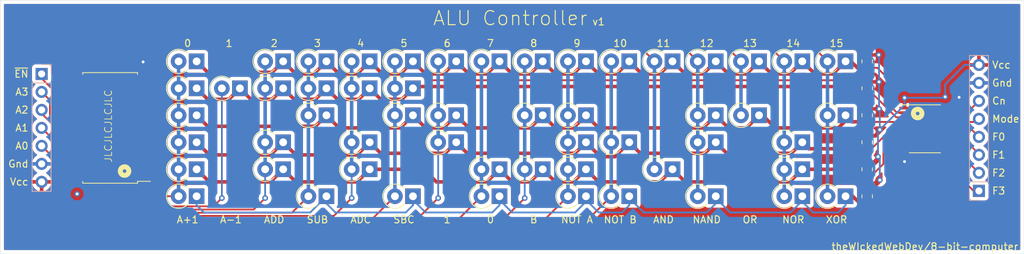
<source format=kicad_pcb>
(kicad_pcb (version 20171130) (host pcbnew "(5.1.10-1-10_14)")
  (layers (0 F.Cu signal) (31 B.Cu signal) (34 B.Paste user) (35 F.Paste user) (36 B.SilkS user) (37 F.SilkS user) (38 B.Mask user) (39 F.Mask user) (44 Edge.Cuts user))
  (net 0 "")
  (net 1 VCC)
  (net 2 A0)
  (net 3 A1)
  (net 4 A2)
  (net 5 A3)
  (net 6 ~ALU_ENABLE)
  (net 7 Q15)
  (net 8 Q14)
  (net 9 Q13)
  (net 10 Q12)
  (net 11 Q11)
  (net 12 GND)
  (net 13 Q10)
  (net 14 Q9)
  (net 15 Q8)
  (net 16 Q7)
  (net 17 Q6)
  (net 18 Q5)
  (net 19 Q4)
  (net 20 Q3)
  (net 21 Q2)
  (net 22 Q1)
  (net 23 Q0)
  (net 24 D5)
  (net 25 D0)
  (net 26 D1)
  (net 27 D2)
  (net 28 D3)
  (net 29 D4)
  (net 30 Cn)
  (net 31 Mode)
  (net 32 F0)
  (net 33 F1)
  (net 34 F2)
  (net 35 F3)
  (net 36 "Net-(U2-Pad12)")
  (net 37 "Net-(U2-Pad11)")
  (module Diode_THT:D_DO-41_SOD81_P2.54mm_Vertical_KathodeUp (layer F.Cu) (at 248.412 128.016 180)
    (fp_text reference D55 hide)
    (fp_text value 1N4007)
    (pad 2 thru_hole oval (at 2.54 0 180) (size 2.2 2.2) (drill 1.1) (layers *.Cu *.Mask) (net 7 Q15))
    (pad 1 thru_hole rect (at 0 0 180) (size 2.2 2.2) (drill 1.1) (layers *.Cu *.Mask) (net 24 D5))
  )
  (module Diode_THT:D_DO-41_SOD81_P2.54mm_Vertical_KathodeUp (layer F.Cu) (at 248.412 116.586 180)
    (fp_text reference D54 hide)
    (fp_text value 1N4007)
    (pad 2 thru_hole oval (at 2.54 0 180) (size 2.2 2.2) (drill 1.1) (layers *.Cu *.Mask) (net 7 Q15))
    (pad 1 thru_hole rect (at 0 0 180) (size 2.2 2.2) (drill 1.1) (layers *.Cu *.Mask) (net 27 D2))
  )
  (module Diode_THT:D_DO-41_SOD81_P2.54mm_Vertical_KathodeUp (layer F.Cu) (at 248.412 108.966 180)
    (fp_text reference D53 hide)
    (fp_text value 1N4007)
    (pad 2 thru_hole oval (at 2.54 0 180) (size 2.2 2.2) (drill 1.1) (layers *.Cu *.Mask) (net 7 Q15))
    (pad 1 thru_hole rect (at 0 0 180) (size 2.2 2.2) (drill 1.1) (layers *.Cu *.Mask) (net 25 D0))
  )
  (module Diode_THT:D_DO-41_SOD81_P2.54mm_Vertical_KathodeUp (layer F.Cu) (at 242.316 128.016 180)
    (fp_text reference D52 hide)
    (fp_text value 1N4007)
    (pad 2 thru_hole oval (at 2.54 0 180) (size 2.2 2.2) (drill 1.1) (layers *.Cu *.Mask) (net 8 Q14))
    (pad 1 thru_hole rect (at 0 0 180) (size 2.2 2.2) (drill 1.1) (layers *.Cu *.Mask) (net 24 D5))
  )
  (module Diode_THT:D_DO-41_SOD81_P2.54mm_Vertical_KathodeUp (layer F.Cu) (at 242.316 124.206 180)
    (fp_text reference D51 hide)
    (fp_text value 1N4007)
    (pad 2 thru_hole oval (at 2.54 0 180) (size 2.2 2.2) (drill 1.1) (layers *.Cu *.Mask) (net 8 Q14))
    (pad 1 thru_hole rect (at 0 0 180) (size 2.2 2.2) (drill 1.1) (layers *.Cu *.Mask) (net 29 D4))
  )
  (module Diode_THT:D_DO-41_SOD81_P2.54mm_Vertical_KathodeUp (layer F.Cu) (at 242.316 120.396 180)
    (fp_text reference D50 hide)
    (fp_text value 1N4007)
    (pad 2 thru_hole oval (at 2.54 0 180) (size 2.2 2.2) (drill 1.1) (layers *.Cu *.Mask) (net 8 Q14))
    (pad 1 thru_hole rect (at 0 0 180) (size 2.2 2.2) (drill 1.1) (layers *.Cu *.Mask) (net 28 D3))
  )
  (module Diode_THT:D_DO-41_SOD81_P2.54mm_Vertical_KathodeUp (layer F.Cu) (at 242.316 108.966 180)
    (fp_text reference D49 hide)
    (fp_text value 1N4007)
    (pad 2 thru_hole oval (at 2.54 0 180) (size 2.2 2.2) (drill 1.1) (layers *.Cu *.Mask) (net 8 Q14))
    (pad 1 thru_hole rect (at 0 0 180) (size 2.2 2.2) (drill 1.1) (layers *.Cu *.Mask) (net 25 D0))
  )
  (module Diode_THT:D_DO-41_SOD81_P2.54mm_Vertical_KathodeUp (layer F.Cu) (at 236.22 116.586 180)
    (fp_text reference D48 hide)
    (fp_text value 1N4007)
    (pad 2 thru_hole oval (at 2.54 0 180) (size 2.2 2.2) (drill 1.1) (layers *.Cu *.Mask) (net 9 Q13))
    (pad 1 thru_hole rect (at 0 0 180) (size 2.2 2.2) (drill 1.1) (layers *.Cu *.Mask) (net 27 D2))
  )
  (module Diode_THT:D_DO-41_SOD81_P2.54mm_Vertical_KathodeUp (layer F.Cu) (at 236.22 108.966 180)
    (fp_text reference D47 hide)
    (fp_text value 1N4007)
    (pad 2 thru_hole oval (at 2.54 0 180) (size 2.2 2.2) (drill 1.1) (layers *.Cu *.Mask) (net 9 Q13))
    (pad 1 thru_hole rect (at 0 0 180) (size 2.2 2.2) (drill 1.1) (layers *.Cu *.Mask) (net 25 D0))
  )
  (module Diode_THT:D_DO-41_SOD81_P2.54mm_Vertical_KathodeUp (layer F.Cu) (at 230.124 128.016 180)
    (fp_text reference D46 hide)
    (fp_text value 1N4007)
    (pad 2 thru_hole oval (at 2.54 0 180) (size 2.2 2.2) (drill 1.1) (layers *.Cu *.Mask) (net 10 Q12))
    (pad 1 thru_hole rect (at 0 0 180) (size 2.2 2.2) (drill 1.1) (layers *.Cu *.Mask) (net 24 D5))
  )
  (module Diode_THT:D_DO-41_SOD81_P2.54mm_Vertical_KathodeUp (layer F.Cu) (at 230.124 120.396 180)
    (fp_text reference D45 hide)
    (fp_text value 1N4007)
    (pad 2 thru_hole oval (at 2.54 0 180) (size 2.2 2.2) (drill 1.1) (layers *.Cu *.Mask) (net 10 Q12))
    (pad 1 thru_hole rect (at 0 0 180) (size 2.2 2.2) (drill 1.1) (layers *.Cu *.Mask) (net 28 D3))
  )
  (module Diode_THT:D_DO-41_SOD81_P2.54mm_Vertical_KathodeUp (layer F.Cu) (at 230.124 116.586 180)
    (fp_text reference D44 hide)
    (fp_text value 1N4007)
    (pad 2 thru_hole oval (at 2.54 0 180) (size 2.2 2.2) (drill 1.1) (layers *.Cu *.Mask) (net 10 Q12))
    (pad 1 thru_hole rect (at 0 0 180) (size 2.2 2.2) (drill 1.1) (layers *.Cu *.Mask) (net 27 D2))
  )
  (module Diode_THT:D_DO-41_SOD81_P2.54mm_Vertical_KathodeUp (layer F.Cu) (at 230.124 108.966 180)
    (fp_text reference D43 hide)
    (fp_text value 1N4007)
    (pad 2 thru_hole oval (at 2.54 0 180) (size 2.2 2.2) (drill 1.1) (layers *.Cu *.Mask) (net 10 Q12))
    (pad 1 thru_hole rect (at 0 0 180) (size 2.2 2.2) (drill 1.1) (layers *.Cu *.Mask) (net 25 D0))
  )
  (module Diode_THT:D_DO-41_SOD81_P2.54mm_Vertical_KathodeUp (layer F.Cu) (at 224.028 124.206 180)
    (fp_text reference D42 hide)
    (fp_text value 1N4007)
    (pad 2 thru_hole oval (at 2.54 0 180) (size 2.2 2.2) (drill 1.1) (layers *.Cu *.Mask) (net 11 Q11))
    (pad 1 thru_hole rect (at 0 0 180) (size 2.2 2.2) (drill 1.1) (layers *.Cu *.Mask) (net 29 D4))
  )
  (module Diode_THT:D_DO-41_SOD81_P2.54mm_Vertical_KathodeUp (layer F.Cu) (at 224.028 108.966 180)
    (fp_text reference D41 hide)
    (fp_text value 1N4007)
    (pad 2 thru_hole oval (at 2.54 0 180) (size 2.2 2.2) (drill 1.1) (layers *.Cu *.Mask) (net 11 Q11))
    (pad 1 thru_hole rect (at 0 0 180) (size 2.2 2.2) (drill 1.1) (layers *.Cu *.Mask) (net 25 D0))
  )
  (module Diode_THT:D_DO-41_SOD81_P2.54mm_Vertical_KathodeUp (layer F.Cu) (at 217.932 128.016 180)
    (fp_text reference D40 hide)
    (fp_text value 1N4007)
    (pad 2 thru_hole oval (at 2.54 0 180) (size 2.2 2.2) (drill 1.1) (layers *.Cu *.Mask) (net 13 Q10))
    (pad 1 thru_hole rect (at 0 0 180) (size 2.2 2.2) (drill 1.1) (layers *.Cu *.Mask) (net 24 D5))
  )
  (module Diode_THT:D_DO-41_SOD81_P2.54mm_Vertical_KathodeUp (layer F.Cu) (at 217.932 120.396 180)
    (fp_text reference D39 hide)
    (fp_text value 1N4007)
    (pad 2 thru_hole oval (at 2.54 0 180) (size 2.2 2.2) (drill 1.1) (layers *.Cu *.Mask) (net 13 Q10))
    (pad 1 thru_hole rect (at 0 0 180) (size 2.2 2.2) (drill 1.1) (layers *.Cu *.Mask) (net 28 D3))
  )
  (module Diode_THT:D_DO-41_SOD81_P2.54mm_Vertical_KathodeUp (layer F.Cu) (at 217.932 108.966 180)
    (fp_text reference D38 hide)
    (fp_text value 1N4007)
    (pad 2 thru_hole oval (at 2.54 0 180) (size 2.2 2.2) (drill 1.1) (layers *.Cu *.Mask) (net 13 Q10))
    (pad 1 thru_hole rect (at 0 0 180) (size 2.2 2.2) (drill 1.1) (layers *.Cu *.Mask) (net 25 D0))
  )
  (module Diode_THT:D_DO-41_SOD81_P2.54mm_Vertical_KathodeUp (layer F.Cu) (at 211.836 128.016 180)
    (fp_text reference D37 hide)
    (fp_text value 1N4007)
    (pad 2 thru_hole oval (at 2.54 0 180) (size 2.2 2.2) (drill 1.1) (layers *.Cu *.Mask) (net 14 Q9))
    (pad 1 thru_hole rect (at 0 0 180) (size 2.2 2.2) (drill 1.1) (layers *.Cu *.Mask) (net 24 D5))
  )
  (module Diode_THT:D_DO-41_SOD81_P2.54mm_Vertical_KathodeUp (layer F.Cu) (at 211.836 124.206 180)
    (fp_text reference D36 hide)
    (fp_text value 1N4007)
    (pad 2 thru_hole oval (at 2.54 0 180) (size 2.2 2.2) (drill 1.1) (layers *.Cu *.Mask) (net 14 Q9))
    (pad 1 thru_hole rect (at 0 0 180) (size 2.2 2.2) (drill 1.1) (layers *.Cu *.Mask) (net 29 D4))
  )
  (module Diode_THT:D_DO-41_SOD81_P2.54mm_Vertical_KathodeUp (layer F.Cu) (at 211.836 120.396 180)
    (fp_text reference D35 hide)
    (fp_text value 1N4007)
    (pad 2 thru_hole oval (at 2.54 0 180) (size 2.2 2.2) (drill 1.1) (layers *.Cu *.Mask) (net 14 Q9))
    (pad 1 thru_hole rect (at 0 0 180) (size 2.2 2.2) (drill 1.1) (layers *.Cu *.Mask) (net 28 D3))
  )
  (module Diode_THT:D_DO-41_SOD81_P2.54mm_Vertical_KathodeUp (layer F.Cu) (at 211.836 116.586 180)
    (fp_text reference D34 hide)
    (fp_text value 1N4007)
    (pad 2 thru_hole oval (at 2.54 0 180) (size 2.2 2.2) (drill 1.1) (layers *.Cu *.Mask) (net 14 Q9))
    (pad 1 thru_hole rect (at 0 0 180) (size 2.2 2.2) (drill 1.1) (layers *.Cu *.Mask) (net 27 D2))
  )
  (module Diode_THT:D_DO-41_SOD81_P2.54mm_Vertical_KathodeUp (layer F.Cu) (at 211.836 108.966 180)
    (fp_text reference D33 hide)
    (fp_text value 1N4007)
    (pad 2 thru_hole oval (at 2.54 0 180) (size 2.2 2.2) (drill 1.1) (layers *.Cu *.Mask) (net 14 Q9))
    (pad 1 thru_hole rect (at 0 0 180) (size 2.2 2.2) (drill 1.1) (layers *.Cu *.Mask) (net 25 D0))
  )
  (module Diode_THT:D_DO-41_SOD81_P2.54mm_Vertical_KathodeUp (layer F.Cu) (at 205.74 124.206 180)
    (fp_text reference D32 hide)
    (fp_text value 1N4007)
    (pad 2 thru_hole oval (at 2.54 0 180) (size 2.2 2.2) (drill 1.1) (layers *.Cu *.Mask) (net 15 Q8))
    (pad 1 thru_hole rect (at 0 0 180) (size 2.2 2.2) (drill 1.1) (layers *.Cu *.Mask) (net 29 D4))
  )
  (module Diode_THT:D_DO-41_SOD81_P2.54mm_Vertical_KathodeUp (layer F.Cu) (at 205.74 116.586 180)
    (fp_text reference D31 hide)
    (fp_text value 1N4007)
    (pad 2 thru_hole oval (at 2.54 0 180) (size 2.2 2.2) (drill 1.1) (layers *.Cu *.Mask) (net 15 Q8))
    (pad 1 thru_hole rect (at 0 0 180) (size 2.2 2.2) (drill 1.1) (layers *.Cu *.Mask) (net 27 D2))
  )
  (module Diode_THT:D_DO-41_SOD81_P2.54mm_Vertical_KathodeUp (layer F.Cu) (at 205.74 108.966 180)
    (fp_text reference D30 hide)
    (fp_text value 1N4007)
    (pad 2 thru_hole oval (at 2.54 0 180) (size 2.2 2.2) (drill 1.1) (layers *.Cu *.Mask) (net 15 Q8))
    (pad 1 thru_hole rect (at 0 0 180) (size 2.2 2.2) (drill 1.1) (layers *.Cu *.Mask) (net 25 D0))
  )
  (module Diode_THT:D_DO-41_SOD81_P2.54mm_Vertical_KathodeUp (layer F.Cu) (at 199.644 128.016 180)
    (fp_text reference D29 hide)
    (fp_text value 1N4007)
    (pad 2 thru_hole oval (at 2.54 0 180) (size 2.2 2.2) (drill 1.1) (layers *.Cu *.Mask) (net 16 Q7))
    (pad 1 thru_hole rect (at 0 0 180) (size 2.2 2.2) (drill 1.1) (layers *.Cu *.Mask) (net 24 D5))
  )
  (module Diode_THT:D_DO-41_SOD81_P2.54mm_Vertical_KathodeUp (layer F.Cu) (at 199.644 124.206 180)
    (fp_text reference D28 hide)
    (fp_text value 1N4007)
    (pad 2 thru_hole oval (at 2.54 0 180) (size 2.2 2.2) (drill 1.1) (layers *.Cu *.Mask) (net 16 Q7))
    (pad 1 thru_hole rect (at 0 0 180) (size 2.2 2.2) (drill 1.1) (layers *.Cu *.Mask) (net 29 D4))
  )
  (module Diode_THT:D_DO-41_SOD81_P2.54mm_Vertical_KathodeUp (layer F.Cu) (at 199.644 108.966 180)
    (fp_text reference D27 hide)
    (fp_text value 1N4007)
    (pad 2 thru_hole oval (at 2.54 0 180) (size 2.2 2.2) (drill 1.1) (layers *.Cu *.Mask) (net 16 Q7))
    (pad 1 thru_hole rect (at 0 0 180) (size 2.2 2.2) (drill 1.1) (layers *.Cu *.Mask) (net 25 D0))
  )
  (module Diode_THT:D_DO-41_SOD81_P2.54mm_Vertical_KathodeUp (layer F.Cu) (at 193.548 120.396 180)
    (fp_text reference D26 hide)
    (fp_text value 1N4007)
    (pad 2 thru_hole oval (at 2.54 0 180) (size 2.2 2.2) (drill 1.1) (layers *.Cu *.Mask) (net 17 Q6))
    (pad 1 thru_hole rect (at 0 0 180) (size 2.2 2.2) (drill 1.1) (layers *.Cu *.Mask) (net 28 D3))
  )
  (module Diode_THT:D_DO-41_SOD81_P2.54mm_Vertical_KathodeUp (layer F.Cu) (at 193.548 116.586 180)
    (fp_text reference D25 hide)
    (fp_text value 1N4007)
    (pad 2 thru_hole oval (at 2.54 0 180) (size 2.2 2.2) (drill 1.1) (layers *.Cu *.Mask) (net 17 Q6))
    (pad 1 thru_hole rect (at 0 0 180) (size 2.2 2.2) (drill 1.1) (layers *.Cu *.Mask) (net 27 D2))
  )
  (module Diode_THT:D_DO-41_SOD81_P2.54mm_Vertical_KathodeUp (layer F.Cu) (at 193.548 108.966 180)
    (fp_text reference D24 hide)
    (fp_text value 1N4007)
    (pad 2 thru_hole oval (at 2.54 0 180) (size 2.2 2.2) (drill 1.1) (layers *.Cu *.Mask) (net 17 Q6))
    (pad 1 thru_hole rect (at 0 0 180) (size 2.2 2.2) (drill 1.1) (layers *.Cu *.Mask) (net 25 D0))
  )
  (module Diode_THT:D_DO-41_SOD81_P2.54mm_Vertical_KathodeUp (layer F.Cu) (at 187.452 128.016 180)
    (fp_text reference D23 hide)
    (fp_text value 1N4007)
    (pad 2 thru_hole oval (at 2.54 0 180) (size 2.2 2.2) (drill 1.1) (layers *.Cu *.Mask) (net 18 Q5))
    (pad 1 thru_hole rect (at 0 0 180) (size 2.2 2.2) (drill 1.1) (layers *.Cu *.Mask) (net 24 D5))
  )
  (module Diode_THT:D_DO-41_SOD81_P2.54mm_Vertical_KathodeUp (layer F.Cu) (at 187.452 116.586 180)
    (fp_text reference D22 hide)
    (fp_text value 1N4007)
    (pad 2 thru_hole oval (at 2.54 0 180) (size 2.2 2.2) (drill 1.1) (layers *.Cu *.Mask) (net 18 Q5))
    (pad 1 thru_hole rect (at 0 0 180) (size 2.2 2.2) (drill 1.1) (layers *.Cu *.Mask) (net 27 D2))
  )
  (module Diode_THT:D_DO-41_SOD81_P2.54mm_Vertical_KathodeUp (layer F.Cu) (at 187.452 112.776 180)
    (fp_text reference D21 hide)
    (fp_text value 1N4007)
    (pad 2 thru_hole oval (at 2.54 0 180) (size 2.2 2.2) (drill 1.1) (layers *.Cu *.Mask) (net 18 Q5))
    (pad 1 thru_hole rect (at 0 0 180) (size 2.2 2.2) (drill 1.1) (layers *.Cu *.Mask) (net 26 D1))
  )
  (module Diode_THT:D_DO-41_SOD81_P2.54mm_Vertical_KathodeUp (layer F.Cu) (at 187.452 108.966 180)
    (fp_text reference D20 hide)
    (fp_text value 1N4007)
    (pad 2 thru_hole oval (at 2.54 0 180) (size 2.2 2.2) (drill 1.1) (layers *.Cu *.Mask) (net 18 Q5))
    (pad 1 thru_hole rect (at 0 0 180) (size 2.2 2.2) (drill 1.1) (layers *.Cu *.Mask) (net 25 D0))
  )
  (module Diode_THT:D_DO-41_SOD81_P2.54mm_Vertical_KathodeUp (layer F.Cu) (at 181.356 124.206 180)
    (fp_text reference D19 hide)
    (fp_text value 1N4007)
    (pad 2 thru_hole oval (at 2.54 0 180) (size 2.2 2.2) (drill 1.1) (layers *.Cu *.Mask) (net 19 Q4))
    (pad 1 thru_hole rect (at 0 0 180) (size 2.2 2.2) (drill 1.1) (layers *.Cu *.Mask) (net 29 D4))
  )
  (module Diode_THT:D_DO-41_SOD81_P2.54mm_Vertical_KathodeUp (layer F.Cu) (at 181.356 120.396 180)
    (fp_text reference D18 hide)
    (fp_text value 1N4007)
    (pad 2 thru_hole oval (at 2.54 0 180) (size 2.2 2.2) (drill 1.1) (layers *.Cu *.Mask) (net 19 Q4))
    (pad 1 thru_hole rect (at 0 0 180) (size 2.2 2.2) (drill 1.1) (layers *.Cu *.Mask) (net 28 D3))
  )
  (module Diode_THT:D_DO-41_SOD81_P2.54mm_Vertical_KathodeUp (layer F.Cu) (at 181.356 112.776 180)
    (fp_text reference D17 hide)
    (fp_text value 1N4007)
    (pad 2 thru_hole oval (at 2.54 0 180) (size 2.2 2.2) (drill 1.1) (layers *.Cu *.Mask) (net 19 Q4))
    (pad 1 thru_hole rect (at 0 0 180) (size 2.2 2.2) (drill 1.1) (layers *.Cu *.Mask) (net 26 D1))
  )
  (module Diode_THT:D_DO-41_SOD81_P2.54mm_Vertical_KathodeUp (layer F.Cu) (at 181.356 108.966 180)
    (fp_text reference D16 hide)
    (fp_text value 1N4007)
    (pad 2 thru_hole oval (at 2.54 0 180) (size 2.2 2.2) (drill 1.1) (layers *.Cu *.Mask) (net 19 Q4))
    (pad 1 thru_hole rect (at 0 0 180) (size 2.2 2.2) (drill 1.1) (layers *.Cu *.Mask) (net 25 D0))
  )
  (module Diode_THT:D_DO-41_SOD81_P2.54mm_Vertical_KathodeUp (layer F.Cu) (at 175.26 128.016 180)
    (fp_text reference D15 hide)
    (fp_text value 1N4007)
    (pad 2 thru_hole oval (at 2.54 0 180) (size 2.2 2.2) (drill 1.1) (layers *.Cu *.Mask) (net 20 Q3))
    (pad 1 thru_hole rect (at 0 0 180) (size 2.2 2.2) (drill 1.1) (layers *.Cu *.Mask) (net 24 D5))
  )
  (module Diode_THT:D_DO-41_SOD81_P2.54mm_Vertical_KathodeUp (layer F.Cu) (at 175.26 116.586 180)
    (fp_text reference D14 hide)
    (fp_text value 1N4007)
    (pad 2 thru_hole oval (at 2.54 0 180) (size 2.2 2.2) (drill 1.1) (layers *.Cu *.Mask) (net 20 Q3))
    (pad 1 thru_hole rect (at 0 0 180) (size 2.2 2.2) (drill 1.1) (layers *.Cu *.Mask) (net 27 D2))
  )
  (module Diode_THT:D_DO-41_SOD81_P2.54mm_Vertical_KathodeUp (layer F.Cu) (at 175.26 112.776 180)
    (fp_text reference D13 hide)
    (fp_text value 1N4007)
    (pad 2 thru_hole oval (at 2.54 0 180) (size 2.2 2.2) (drill 1.1) (layers *.Cu *.Mask) (net 20 Q3))
    (pad 1 thru_hole rect (at 0 0 180) (size 2.2 2.2) (drill 1.1) (layers *.Cu *.Mask) (net 26 D1))
  )
  (module Diode_THT:D_DO-41_SOD81_P2.54mm_Vertical_KathodeUp (layer F.Cu) (at 175.26 108.966 180)
    (fp_text reference D12 hide)
    (fp_text value 1N4007)
    (pad 2 thru_hole oval (at 2.54 0 180) (size 2.2 2.2) (drill 1.1) (layers *.Cu *.Mask) (net 20 Q3))
    (pad 1 thru_hole rect (at 0 0 180) (size 2.2 2.2) (drill 1.1) (layers *.Cu *.Mask) (net 25 D0))
  )
  (module Diode_THT:D_DO-41_SOD81_P2.54mm_Vertical_KathodeUp (layer F.Cu) (at 169.164 124.206 180)
    (fp_text reference D11 hide)
    (fp_text value 1N4007)
    (pad 2 thru_hole oval (at 2.54 0 180) (size 2.2 2.2) (drill 1.1) (layers *.Cu *.Mask) (net 21 Q2))
    (pad 1 thru_hole rect (at 0 0 180) (size 2.2 2.2) (drill 1.1) (layers *.Cu *.Mask) (net 29 D4))
  )
  (module Diode_THT:D_DO-41_SOD81_P2.54mm_Vertical_KathodeUp (layer F.Cu) (at 169.164 120.396 180)
    (fp_text reference D10 hide)
    (fp_text value 1N4007)
    (pad 2 thru_hole oval (at 2.54 0 180) (size 2.2 2.2) (drill 1.1) (layers *.Cu *.Mask) (net 21 Q2))
    (pad 1 thru_hole rect (at 0 0 180) (size 2.2 2.2) (drill 1.1) (layers *.Cu *.Mask) (net 28 D3))
  )
  (module Diode_THT:D_DO-41_SOD81_P2.54mm_Vertical_KathodeUp (layer F.Cu) (at 169.164 112.776 180)
    (fp_text reference D9 hide)
    (fp_text value 1N4007)
    (pad 2 thru_hole oval (at 2.54 0 180) (size 2.2 2.2) (drill 1.1) (layers *.Cu *.Mask) (net 21 Q2))
    (pad 1 thru_hole rect (at 0 0 180) (size 2.2 2.2) (drill 1.1) (layers *.Cu *.Mask) (net 26 D1))
  )
  (module Diode_THT:D_DO-41_SOD81_P2.54mm_Vertical_KathodeUp (layer F.Cu) (at 169.164 108.966 180)
    (fp_text reference D8 hide)
    (fp_text value 1N4007)
    (pad 2 thru_hole oval (at 2.54 0 180) (size 2.2 2.2) (drill 1.1) (layers *.Cu *.Mask) (net 21 Q2))
    (pad 1 thru_hole rect (at 0 0 180) (size 2.2 2.2) (drill 1.1) (layers *.Cu *.Mask) (net 25 D0))
  )
  (module Diode_THT:D_DO-41_SOD81_P2.54mm_Vertical_KathodeUp (layer F.Cu) (at 163.068 112.776 180)
    (fp_text reference D7 hide)
    (fp_text value 1N4007)
    (pad 2 thru_hole oval (at 2.54 0 180) (size 2.2 2.2) (drill 1.1) (layers *.Cu *.Mask) (net 22 Q1))
    (pad 1 thru_hole rect (at 0 0 180) (size 2.2 2.2) (drill 1.1) (layers *.Cu *.Mask) (net 26 D1))
  )
  (module Diode_THT:D_DO-41_SOD81_P2.54mm_Vertical_KathodeUp (layer F.Cu) (at 156.972 124.206 180)
    (fp_text reference D6 hide)
    (fp_text value 1N4007)
    (pad 2 thru_hole oval (at 2.54 0 180) (size 2.2 2.2) (drill 1.1) (layers *.Cu *.Mask) (net 23 Q0))
    (pad 1 thru_hole rect (at 0 0 180) (size 2.2 2.2) (drill 1.1) (layers *.Cu *.Mask) (net 29 D4))
  )
  (module Diode_THT:D_DO-41_SOD81_P2.54mm_Vertical_KathodeUp (layer F.Cu) (at 156.972 120.396 180)
    (fp_text reference D5 hide)
    (fp_text value 1N4007)
    (pad 2 thru_hole oval (at 2.54 0 180) (size 2.2 2.2) (drill 1.1) (layers *.Cu *.Mask) (net 23 Q0))
    (pad 1 thru_hole rect (at 0 0 180) (size 2.2 2.2) (drill 1.1) (layers *.Cu *.Mask) (net 28 D3))
  )
  (module Diode_THT:D_DO-41_SOD81_P2.54mm_Vertical_KathodeUp (layer F.Cu) (at 156.972 116.586 180)
    (fp_text reference D4 hide)
    (fp_text value 1N4007)
    (pad 2 thru_hole oval (at 2.54 0 180) (size 2.2 2.2) (drill 1.1) (layers *.Cu *.Mask) (net 23 Q0))
    (pad 1 thru_hole rect (at 0 0 180) (size 2.2 2.2) (drill 1.1) (layers *.Cu *.Mask) (net 27 D2))
  )
  (module Diode_THT:D_DO-41_SOD81_P2.54mm_Vertical_KathodeUp (layer F.Cu) (at 156.972 112.776 180)
    (fp_text reference D3 hide)
    (fp_text value 1N4007)
    (pad 2 thru_hole oval (at 2.54 0 180) (size 2.2 2.2) (drill 1.1) (layers *.Cu *.Mask) (net 23 Q0))
    (pad 1 thru_hole rect (at 0 0 180) (size 2.2 2.2) (drill 1.1) (layers *.Cu *.Mask) (net 26 D1))
  )
  (module Diode_THT:D_DO-41_SOD81_P2.54mm_Vertical_KathodeUp (layer F.Cu) (at 156.972 128.016 180)
    (fp_text reference D1 hide)
    (fp_text value 1N4007)
    (pad 2 thru_hole oval (at 2.54 0 180) (size 2.2 2.2) (drill 1.1) (layers *.Cu *.Mask) (net 23 Q0))
    (pad 1 thru_hole rect (at 0 0 180) (size 2.2 2.2) (drill 1.1) (layers *.Cu *.Mask) (net 24 D5))
  )
  (module Diode_THT:D_DO-41_SOD81_P2.54mm_Vertical_KathodeUp (layer F.Cu) (at 156.972 108.966 180)
    (fp_text reference D2 hide)
    (fp_text value 1N4007)
    (pad 2 thru_hole oval (at 2.54 0 180) (size 2.2 2.2) (drill 1.1) (layers *.Cu *.Mask) (net 23 Q0))
    (pad 1 thru_hole rect (at 0 0 180) (size 2.2 2.2) (drill 1.1) (layers *.Cu *.Mask) (net 25 D0))
  )
  (module Package_SO:TSSOP-20_4.4x6.5mm_P0.65mm (layer F.Cu) (at 259.588 118.495)
    (fp_text reference U2 hide)
    (fp_text value 74LS245)
    (pad 20 smd roundrect (at 2.8625 -2.925) (size 1.475 0.4) (layers F.Cu F.Paste F.Mask) (net 1 VCC))
    (pad 19 smd roundrect (at 2.8625 -2.275) (size 1.475 0.4) (layers F.Cu F.Paste F.Mask) (net 12 GND))
    (pad 18 smd roundrect (at 2.8625 -1.625) (size 1.475 0.4) (layers F.Cu F.Paste F.Mask) (net 30 Cn))
    (pad 17 smd roundrect (at 2.8625 -0.975) (size 1.475 0.4) (layers F.Cu F.Paste F.Mask) (net 31 Mode))
    (pad 16 smd roundrect (at 2.8625 -0.325) (size 1.475 0.4) (layers F.Cu F.Paste F.Mask) (net 32 F0))
    (pad 15 smd roundrect (at 2.8625 0.325) (size 1.475 0.4) (layers F.Cu F.Paste F.Mask) (net 33 F1))
    (pad 14 smd roundrect (at 2.8625 0.975) (size 1.475 0.4) (layers F.Cu F.Paste F.Mask) (net 34 F2))
    (pad 13 smd roundrect (at 2.8625 1.625) (size 1.475 0.4) (layers F.Cu F.Paste F.Mask) (net 35 F3))
    (pad 12 smd roundrect (at 2.8625 2.275) (size 1.475 0.4) (layers F.Cu F.Paste F.Mask) (net 36 "Net-(U2-Pad12)"))
    (pad 11 smd roundrect (at 2.8625 2.925) (size 1.475 0.4) (layers F.Cu F.Paste F.Mask) (net 37 "Net-(U2-Pad11)"))
    (pad 10 smd roundrect (at -2.8625 2.925) (size 1.475 0.4) (layers F.Cu F.Paste F.Mask) (net 12 GND))
    (pad 9 smd roundrect (at -2.8625 2.275) (size 1.475 0.4) (layers F.Cu F.Paste F.Mask) (net 12 GND))
    (pad 8 smd roundrect (at -2.8625 1.625) (size 1.475 0.4) (layers F.Cu F.Paste F.Mask) (net 12 GND))
    (pad 7 smd roundrect (at -2.8625 0.975) (size 1.475 0.4) (layers F.Cu F.Paste F.Mask) (net 24 D5))
    (pad 6 smd roundrect (at -2.8625 0.325) (size 1.475 0.4) (layers F.Cu F.Paste F.Mask) (net 29 D4))
    (pad 5 smd roundrect (at -2.8625 -0.325) (size 1.475 0.4) (layers F.Cu F.Paste F.Mask) (net 28 D3))
    (pad 4 smd roundrect (at -2.8625 -0.975) (size 1.475 0.4) (layers F.Cu F.Paste F.Mask) (net 27 D2))
    (pad 3 smd roundrect (at -2.8625 -1.625) (size 1.475 0.4) (layers F.Cu F.Paste F.Mask) (net 26 D1))
    (pad 2 smd roundrect (at -2.8625 -2.275) (size 1.475 0.4) (layers F.Cu F.Paste F.Mask) (net 25 D0))
    (pad 1 smd roundrect (at -2.8625 -2.925) (size 1.475 0.4) (layers F.Cu F.Paste F.Mask) (net 1 VCC))
  )
  (module Package_SO:SOIC-24W_7.5x15.4mm_P1.27mm (layer F.Cu) (at 144.78 118.364 180)
    (fp_text reference U1 hide)
    (fp_text value 74LS154)
    (pad 24 smd roundrect (at 4.65 -6.985 180) (size 2.05 0.6) (layers F.Cu F.Paste F.Mask) (net 1 VCC))
    (pad 23 smd roundrect (at 4.65 -5.715 180) (size 2.05 0.6) (layers F.Cu F.Paste F.Mask) (net 2 A0))
    (pad 22 smd roundrect (at 4.65 -4.445 180) (size 2.05 0.6) (layers F.Cu F.Paste F.Mask) (net 3 A1))
    (pad 21 smd roundrect (at 4.65 -3.175 180) (size 2.05 0.6) (layers F.Cu F.Paste F.Mask) (net 4 A2))
    (pad 20 smd roundrect (at 4.65 -1.905 180) (size 2.05 0.6) (layers F.Cu F.Paste F.Mask) (net 5 A3))
    (pad 19 smd roundrect (at 4.65 -0.635 180) (size 2.05 0.6) (layers F.Cu F.Paste F.Mask) (net 6 ~ALU_ENABLE))
    (pad 18 smd roundrect (at 4.65 0.635 180) (size 2.05 0.6) (layers F.Cu F.Paste F.Mask) (net 6 ~ALU_ENABLE))
    (pad 17 smd roundrect (at 4.65 1.905 180) (size 2.05 0.6) (layers F.Cu F.Paste F.Mask) (net 7 Q15))
    (pad 16 smd roundrect (at 4.65 3.175 180) (size 2.05 0.6) (layers F.Cu F.Paste F.Mask) (net 8 Q14))
    (pad 15 smd roundrect (at 4.65 4.445 180) (size 2.05 0.6) (layers F.Cu F.Paste F.Mask) (net 9 Q13))
    (pad 14 smd roundrect (at 4.65 5.715 180) (size 2.05 0.6) (layers F.Cu F.Paste F.Mask) (net 10 Q12))
    (pad 13 smd roundrect (at 4.65 6.985 180) (size 2.05 0.6) (layers F.Cu F.Paste F.Mask) (net 11 Q11))
    (pad 12 smd roundrect (at -4.65 6.985 180) (size 2.05 0.6) (layers F.Cu F.Paste F.Mask) (net 12 GND))
    (pad 11 smd roundrect (at -4.65 5.715 180) (size 2.05 0.6) (layers F.Cu F.Paste F.Mask) (net 13 Q10))
    (pad 10 smd roundrect (at -4.65 4.445 180) (size 2.05 0.6) (layers F.Cu F.Paste F.Mask) (net 14 Q9))
    (pad 9 smd roundrect (at -4.65 3.175 180) (size 2.05 0.6) (layers F.Cu F.Paste F.Mask) (net 15 Q8))
    (pad 8 smd roundrect (at -4.65 1.905 180) (size 2.05 0.6) (layers F.Cu F.Paste F.Mask) (net 16 Q7))
    (pad 7 smd roundrect (at -4.65 0.635 180) (size 2.05 0.6) (layers F.Cu F.Paste F.Mask) (net 17 Q6))
    (pad 6 smd roundrect (at -4.65 -0.635 180) (size 2.05 0.6) (layers F.Cu F.Paste F.Mask) (net 18 Q5))
    (pad 5 smd roundrect (at -4.65 -1.905 180) (size 2.05 0.6) (layers F.Cu F.Paste F.Mask) (net 19 Q4))
    (pad 4 smd roundrect (at -4.65 -3.175 180) (size 2.05 0.6) (layers F.Cu F.Paste F.Mask) (net 20 Q3))
    (pad 3 smd roundrect (at -4.65 -4.445 180) (size 2.05 0.6) (layers F.Cu F.Paste F.Mask) (net 21 Q2))
    (pad 2 smd roundrect (at -4.65 -5.715 180) (size 2.05 0.6) (layers F.Cu F.Paste F.Mask) (net 22 Q1))
    (pad 1 smd roundrect (at -4.65 -6.985 180) (size 2.05 0.6) (layers F.Cu F.Paste F.Mask) (net 23 Q0))
  )
  (module Connector_PinHeader_2.54mm:PinHeader_1x08_P2.54mm_Vertical (layer B.Cu) (at 267.208 127.254)
    (fp_text reference J2 hide)
    (fp_text value Conn_01x08)
    (pad 8 thru_hole oval (at 0 -17.78) (size 1.7 1.7) (drill 1) (layers *.Cu *.Mask) (net 1 VCC))
    (pad 7 thru_hole oval (at 0 -15.24) (size 1.7 1.7) (drill 1) (layers *.Cu *.Mask) (net 12 GND))
    (pad 6 thru_hole oval (at 0 -12.7) (size 1.7 1.7) (drill 1) (layers *.Cu *.Mask) (net 30 Cn))
    (pad 5 thru_hole oval (at 0 -10.16) (size 1.7 1.7) (drill 1) (layers *.Cu *.Mask) (net 31 Mode))
    (pad 4 thru_hole oval (at 0 -7.62) (size 1.7 1.7) (drill 1) (layers *.Cu *.Mask) (net 32 F0))
    (pad 3 thru_hole oval (at 0 -5.08) (size 1.7 1.7) (drill 1) (layers *.Cu *.Mask) (net 33 F1))
    (pad 2 thru_hole oval (at 0 -2.54) (size 1.7 1.7) (drill 1) (layers *.Cu *.Mask) (net 34 F2))
    (pad 1 thru_hole rect (at 0 0) (size 1.7 1.7) (drill 1) (layers *.Cu *.Mask) (net 35 F3))
  )
  (module Connector_PinHeader_2.54mm:PinHeader_1x07_P2.54mm_Vertical (layer B.Cu) (at 135.128 110.744 180)
    (fp_text reference J1 hide)
    (fp_text value Conn_01x07)
    (pad 7 thru_hole oval (at 0 -15.24 180) (size 1.7 1.7) (drill 1) (layers *.Cu *.Mask) (net 1 VCC))
    (pad 6 thru_hole oval (at 0 -12.7 180) (size 1.7 1.7) (drill 1) (layers *.Cu *.Mask) (net 12 GND))
    (pad 5 thru_hole oval (at 0 -10.16 180) (size 1.7 1.7) (drill 1) (layers *.Cu *.Mask) (net 2 A0))
    (pad 4 thru_hole oval (at 0 -7.62 180) (size 1.7 1.7) (drill 1) (layers *.Cu *.Mask) (net 3 A1))
    (pad 3 thru_hole oval (at 0 -5.08 180) (size 1.7 1.7) (drill 1) (layers *.Cu *.Mask) (net 4 A2))
    (pad 2 thru_hole oval (at 0 -2.54 180) (size 1.7 1.7) (drill 1) (layers *.Cu *.Mask) (net 5 A3))
    (pad 1 thru_hole rect (at 0 0 180) (size 1.7 1.7) (drill 1) (layers *.Cu *.Mask) (net 6 ~ALU_ENABLE))
  )
  (module Resistor_SMD:R_0805_2012Metric (layer F.Cu) (at 251.46 128.016 270)
    (fp_text reference R6 hide)
    (fp_text value R_US)
    (pad 2 smd roundrect (at 0.9125 0 270) (size 1.025 1.4) (layers F.Cu F.Paste F.Mask) (roundrect_rratio 0.2439004878048781) (net 24 D5))
    (pad 1 smd roundrect (at -0.9125 0 270) (size 1.025 1.4) (layers F.Cu F.Paste F.Mask) (roundrect_rratio 0.2439004878048781) (net 1 VCC))
  )
  (module Resistor_SMD:R_0805_2012Metric (layer F.Cu) (at 251.46 124.206 270)
    (fp_text reference R5 hide)
    (fp_text value R_US)
    (pad 2 smd roundrect (at 0.9125 0 270) (size 1.025 1.4) (layers F.Cu F.Paste F.Mask) (roundrect_rratio 0.2439004878048781) (net 29 D4))
    (pad 1 smd roundrect (at -0.9125 0 270) (size 1.025 1.4) (layers F.Cu F.Paste F.Mask) (roundrect_rratio 0.2439004878048781) (net 1 VCC))
  )
  (module Resistor_SMD:R_0805_2012Metric (layer F.Cu) (at 251.46 120.396 270)
    (fp_text reference R4 hide)
    (fp_text value R_US)
    (pad 2 smd roundrect (at 0.9125 0 270) (size 1.025 1.4) (layers F.Cu F.Paste F.Mask) (roundrect_rratio 0.2439004878048781) (net 28 D3))
    (pad 1 smd roundrect (at -0.9125 0 270) (size 1.025 1.4) (layers F.Cu F.Paste F.Mask) (roundrect_rratio 0.2439004878048781) (net 1 VCC))
  )
  (module Resistor_SMD:R_0805_2012Metric (layer F.Cu) (at 251.46 116.586 270)
    (fp_text reference R3 hide)
    (fp_text value R_US)
    (pad 2 smd roundrect (at 0.9125 0 270) (size 1.025 1.4) (layers F.Cu F.Paste F.Mask) (roundrect_rratio 0.2439004878048781) (net 27 D2))
    (pad 1 smd roundrect (at -0.9125 0 270) (size 1.025 1.4) (layers F.Cu F.Paste F.Mask) (roundrect_rratio 0.2439004878048781) (net 1 VCC))
  )
  (module Resistor_SMD:R_0805_2012Metric (layer F.Cu) (at 251.46 112.776 270)
    (fp_text reference R2 hide)
    (fp_text value R_US)
    (pad 2 smd roundrect (at 0.9125 0 270) (size 1.025 1.4) (layers F.Cu F.Paste F.Mask) (roundrect_rratio 0.2439004878048781) (net 26 D1))
    (pad 1 smd roundrect (at -0.9125 0 270) (size 1.025 1.4) (layers F.Cu F.Paste F.Mask) (roundrect_rratio 0.2439004878048781) (net 1 VCC))
  )
  (module Resistor_SMD:R_0805_2012Metric (layer F.Cu) (at 251.46 108.966 270)
    (fp_text reference R1 hide)
    (fp_text value R_US)
    (pad 2 smd roundrect (at 0.9125 0 270) (size 1.025 1.4) (layers F.Cu F.Paste F.Mask) (roundrect_rratio 0.2439004878048781) (net 25 D0))
    (pad 1 smd roundrect (at -0.9125 0 270) (size 1.025 1.4) (layers F.Cu F.Paste F.Mask) (roundrect_rratio 0.2439004878048781) (net 1 VCC))
  )
  (gr_text JLCJLCJLCJLC (at 144.526 118.11 90) (layer F.SilkS) (effects (font (size 1 1) (thickness 0.1))))
  (gr_text theWIckedWebDev/8-bit-computer (at 259.588 135.128) (layer F.SilkS) (effects (font (size 1 1))))
  (gr_text v1 (at 213.614 103.378) (layer F.SilkS) (effects (font (size 1 1))))
  (gr_text 15 (at 247.142 106.426) (layer F.SilkS) (effects (font (size 1 1))))
  (gr_text 14 (at 241.046 106.426) (layer F.SilkS) (effects (font (size 1 1))))
  (gr_text 13 (at 234.95 106.426) (layer F.SilkS) (effects (font (size 1 1))))
  (gr_text 12 (at 228.854 106.426) (layer F.SilkS) (effects (font (size 1 1))))
  (gr_text 11 (at 222.758 106.426) (layer F.SilkS) (effects (font (size 1 1))))
  (gr_text 10 (at 216.662 106.426) (layer F.SilkS) (effects (font (size 1 1))))
  (gr_text 9 (at 210.566 106.426) (layer F.SilkS) (effects (font (size 1 1))))
  (gr_text 8 (at 204.47 106.426) (layer F.SilkS) (effects (font (size 1 1))))
  (gr_text 7 (at 198.374 106.426) (layer F.SilkS) (effects (font (size 1 1))))
  (gr_text 6 (at 192.278 106.426) (layer F.SilkS) (effects (font (size 1 1))))
  (gr_text 5 (at 186.182 106.426) (layer F.SilkS) (effects (font (size 1 1))))
  (gr_text 4 (at 180.086 106.426) (layer F.SilkS) (effects (font (size 1 1))))
  (gr_text 3 (at 173.99 106.426) (layer F.SilkS) (effects (font (size 1 1))))
  (gr_text 2 (at 167.894 106.426) (layer F.SilkS) (effects (font (size 1 1))))
  (gr_text 1 (at 161.544 106.426) (layer F.SilkS) (effects (font (size 1 1))))
  (gr_text 0 (at 155.702 106.426) (layer F.SilkS) (effects (font (size 1 1))))
  (gr_text XOR (at 247.142 131.318) (layer F.SilkS) (effects (font (size 1 1))))
  (gr_text NOR (at 241.046 131.318) (layer F.SilkS) (effects (font (size 1 1))))
  (gr_text OR (at 234.95 131.318) (layer F.SilkS) (effects (font (size 1 1))))
  (gr_text NAND (at 228.854 131.318) (layer F.SilkS) (effects (font (size 1 1))))
  (gr_text AND (at 222.758 131.318) (layer F.SilkS) (effects (font (size 1 1))))
  (gr_text "NOT B" (at 216.662 131.318) (layer F.SilkS) (effects (font (size 1 1))))
  (gr_text "NOT A" (at 210.566 131.318) (layer F.SilkS) (effects (font (size 1 1))))
  (gr_text B (at 204.47 131.318) (layer F.SilkS) (effects (font (size 1 1))))
  (gr_text 0 (at 198.374 131.318) (layer F.SilkS) (effects (font (size 1 1))))
  (gr_text 1 (at 192.278 131.318) (layer F.SilkS) (effects (font (size 1 1))))
  (gr_text SBC (at 186.182 131.318) (layer F.SilkS) (effects (font (size 1 1))))
  (gr_text ADC (at 180.086 131.318) (layer F.SilkS) (effects (font (size 1 1))))
  (gr_text SUB (at 173.99 131.318) (layer F.SilkS) (effects (font (size 1 1))))
  (gr_text ADD (at 167.894 131.318) (layer F.SilkS) (effects (font (size 1 1))))
  (gr_text A-1 (at 161.798 131.318) (layer F.SilkS) (effects (font (size 1 1))))
  (gr_text A+1 (at 155.702 131.318) (layer F.SilkS) (effects (font (size 1 1))))
  (gr_text "ALU Controller" (at 201.168 102.87) (layer F.SilkS) (effects (font (size 2 2))))
  (gr_text A0 (at 133.35 120.904) (layer F.SilkS) (effects (font (size 1 1)) (justify right)))
  (gr_text F2 (at 268.986 124.714) (layer F.SilkS) (effects (font (size 1 1)) (justify left)))
  (gr_text F1 (at 268.986 122.174) (layer F.SilkS) (effects (font (size 1 1)) (justify left)))
  (gr_text Gnd (at 268.986 112.014) (layer F.SilkS) (effects (font (size 1 1)) (justify left)))
  (gr_text Vcc (at 268.986 109.474) (layer F.SilkS) (effects (font (size 1 1)) (justify left)))
  (gr_text A1 (at 133.35 118.364) (layer F.SilkS) (effects (font (size 1 1)) (justify right)))
  (gr_text Mode (at 268.986 117.094) (layer F.SilkS) (effects (font (size 1 1)) (justify left)))
  (gr_text A3 (at 133.35 113.284) (layer F.SilkS) (effects (font (size 1 1)) (justify right)))
  (gr_text Vcc (at 133.35 125.984) (layer F.SilkS) (effects (font (size 1 1)) (justify right)))
  (gr_text A2 (at 133.35 115.824) (layer F.SilkS) (effects (font (size 1 1)) (justify right)))
  (gr_text ~EN (at 133.35 110.744) (layer F.SilkS) (effects (font (size 1 1)) (justify right)))
  (gr_text Gnd (at 133.35 123.444) (layer F.SilkS) (effects (font (size 1 1)) (justify right)))
  (gr_text Cn (at 268.986 114.554) (layer F.SilkS) (effects (font (size 1 1)) (justify left)))
  (gr_text F3 (at 268.986 127.254) (layer F.SilkS) (effects (font (size 1 1)) (justify left)))
  (gr_text F0 (at 268.986 119.634) (layer F.SilkS) (effects (font (size 1 1)) (justify left)))
  (gr_circle (center 258.572 116.332) (end 258.826 116.332) (layer F.SilkS) (width 0.7))
  (gr_circle (center 146.812 124.46) (end 147.066 124.46) (layer F.SilkS) (width 0.7))
  (gr_line (start 129.286 136.144) (end 273.558 136.144) (layer Edge.Cuts) (width 0.05))
  (gr_line (start 129.286 100.33) (end 129.286 136.144) (layer Edge.Cuts) (width 0.05))
  (gr_line (start 273.558 100.33) (end 129.286 100.33) (layer Edge.Cuts) (width 0.05))
  (gr_line (start 273.558 136.144) (end 273.558 100.33) (layer Edge.Cuts) (width 0.05))
  (via (at 140.13 127.684) (size 0.8) (drill 0.4) (layers F.Cu B.Cu) (net 1))
  (segment (start 140.13 127.938) (end 140.13 127.684) (width 0.25) (layer F.Cu) (net 1))
  (segment (start 140.13 125.349) (end 140.13 127.684) (width 0.25) (layer F.Cu) (net 1))
  (via (at 262.4505 113.9775) (size 0.8) (drill 0.4) (layers F.Cu B.Cu) (net 1))
  (segment (start 262.4505 113.8605) (end 262.4505 113.9775) (width 0.25) (layer F.Cu) (net 1))
  (segment (start 262.4505 115.57) (end 262.4505 113.9775) (width 0.25) (layer F.Cu) (net 1))
  (segment (start 256.7255 115.57) (end 256.7255 114.1145) (width 0.25) (layer F.Cu) (net 1))
  (via (at 256.7255 114.1145) (size 0.8) (drill 0.4) (layers F.Cu B.Cu) (net 1))
  (via (at 253.0875 108.0535) (size 0.8) (drill 0.4) (layers F.Cu B.Cu) (net 1))
  (segment (start 253.3415 108.0535) (end 253.0875 108.0535) (width 0.25) (layer F.Cu) (net 1))
  (segment (start 251.46 108.0535) (end 253.0875 108.0535) (width 0.25) (layer F.Cu) (net 1))
  (segment (start 251.46 111.8635) (end 253.1345 111.8635) (width 0.25) (layer F.Cu) (net 1))
  (via (at 253.1345 111.8635) (size 0.8) (drill 0.4) (layers F.Cu B.Cu) (net 1))
  (segment (start 251.46 115.6735) (end 253.1345 115.6735) (width 0.25) (layer F.Cu) (net 1))
  (via (at 253.1345 115.6735) (size 0.8) (drill 0.4) (layers F.Cu B.Cu) (net 1))
  (segment (start 251.46 119.4835) (end 252.3725 119.4835) (width 0.25) (layer F.Cu) (net 1))
  (via (at 253.238 118.618) (size 0.8) (drill 0.4) (layers F.Cu B.Cu) (net 1))
  (segment (start 252.3725 119.4835) (end 253.238 118.618) (width 0.25) (layer F.Cu) (net 1))
  (segment (start 251.46 123.2935) (end 252.1185 123.2935) (width 0.25) (layer F.Cu) (net 1))
  (via (at 252.984 122.428) (size 0.8) (drill 0.4) (layers F.Cu B.Cu) (net 1))
  (segment (start 252.1185 123.2935) (end 252.984 122.428) (width 0.25) (layer F.Cu) (net 1))
  (segment (start 251.46 127.1035) (end 251.8645 127.1035) (width 0.25) (layer F.Cu) (net 1))
  (via (at 253.238 125.73) (size 0.8) (drill 0.4) (layers F.Cu B.Cu) (net 1))
  (segment (start 251.8645 127.1035) (end 253.238 125.73) (width 0.25) (layer F.Cu) (net 1))
  (segment (start 256.7255 115.1305) (end 253.238 118.618) (width 0.25) (layer B.Cu) (net 1))
  (segment (start 256.7255 114.1145) (end 256.7255 115.1305) (width 0.25) (layer B.Cu) (net 1))
  (segment (start 253.238 122.682) (end 252.984 122.428) (width 0.25) (layer B.Cu) (net 1))
  (segment (start 253.238 125.73) (end 253.238 122.682) (width 0.25) (layer B.Cu) (net 1))
  (segment (start 252.984 118.872) (end 253.238 118.618) (width 0.25) (layer B.Cu) (net 1))
  (segment (start 252.984 122.428) (end 252.984 118.872) (width 0.25) (layer B.Cu) (net 1))
  (segment (start 253.238 115.777) (end 253.1345 115.6735) (width 0.25) (layer B.Cu) (net 1))
  (segment (start 253.238 118.618) (end 253.238 115.777) (width 0.25) (layer B.Cu) (net 1))
  (segment (start 253.1345 115.6735) (end 253.1345 111.8635) (width 0.25) (layer B.Cu) (net 1))
  (segment (start 253.1345 108.1005) (end 253.0875 108.0535) (width 0.25) (layer B.Cu) (net 1))
  (segment (start 253.1345 111.8635) (end 253.1345 108.1005) (width 0.25) (layer B.Cu) (net 1))
  (segment (start 262.3135 114.1145) (end 262.4505 113.9775) (width 0.25) (layer B.Cu) (net 1))
  (segment (start 256.7255 114.1145) (end 262.3135 114.1145) (width 0.25) (layer B.Cu) (net 1))
  (segment (start 267.208 109.474) (end 265.176 109.474) (width 0.25) (layer B.Cu) (net 1))
  (segment (start 262.4505 112.1995) (end 262.4505 113.9775) (width 0.25) (layer B.Cu) (net 1))
  (segment (start 265.176 109.474) (end 262.4505 112.1995) (width 0.25) (layer B.Cu) (net 1))
  (segment (start 135.128 120.904) (end 138.303 124.079) (width 0.25) (layer F.Cu) (net 2))
  (segment (start 138.303 124.079) (end 140.13 124.079) (width 0.25) (layer F.Cu) (net 2))
  (segment (start 138.682589 122.809) (end 140.13 122.809) (width 0.25) (layer F.Cu) (net 3))
  (segment (start 136.652 119.888) (end 136.652 120.778411) (width 0.25) (layer F.Cu) (net 3))
  (segment (start 136.652 120.778411) (end 138.682589 122.809) (width 0.25) (layer F.Cu) (net 3))
  (segment (start 135.128 118.364) (end 136.652 119.888) (width 0.25) (layer F.Cu) (net 3))
  (segment (start 136.652 119.086) (end 139.105 121.539) (width 0.25) (layer F.Cu) (net 4))
  (segment (start 139.105 121.539) (end 140.13 121.539) (width 0.25) (layer F.Cu) (net 4))
  (segment (start 135.128 116.330178) (end 136.652 117.854178) (width 0.25) (layer F.Cu) (net 4))
  (segment (start 136.652 117.854178) (end 136.652 119.086) (width 0.25) (layer F.Cu) (net 4))
  (segment (start 135.128 115.824) (end 135.128 116.330178) (width 0.25) (layer F.Cu) (net 4))
  (segment (start 136.303001 114.459001) (end 136.303001 116.868769) (width 0.25) (layer F.Cu) (net 5))
  (segment (start 135.128 113.284) (end 136.303001 114.459001) (width 0.25) (layer F.Cu) (net 5))
  (segment (start 139.403232 119.969) (end 139.83 119.969) (width 0.25) (layer F.Cu) (net 5))
  (segment (start 136.303001 116.868769) (end 139.403232 119.969) (width 0.25) (layer F.Cu) (net 5))
  (segment (start 139.83 119.969) (end 140.13 120.269) (width 0.25) (layer F.Cu) (net 5))
  (segment (start 140.13 118.999) (end 140.13 117.729) (width 0.25) (layer F.Cu) (net 6))
  (segment (start 136.753012 113.005422) (end 136.753012 116.433012) (width 0.25) (layer F.Cu) (net 6))
  (segment (start 135.128 110.744) (end 135.128 111.38041) (width 0.25) (layer F.Cu) (net 6))
  (segment (start 138.049 117.729) (end 140.13 117.729) (width 0.25) (layer F.Cu) (net 6))
  (segment (start 136.753012 116.433012) (end 138.049 117.729) (width 0.25) (layer F.Cu) (net 6))
  (segment (start 135.128 111.38041) (end 136.753012 113.005422) (width 0.25) (layer F.Cu) (net 6))
  (segment (start 245.872 128.016) (end 245.872 108.966) (width 0.5) (layer B.Cu) (net 7))
  (segment (start 138.303 116.459) (end 137.203023 115.359023) (width 0.25) (layer F.Cu) (net 7))
  (segment (start 240.03 103.124) (end 244.772001 107.866001) (width 0.25) (layer F.Cu) (net 7))
  (segment (start 140.13 116.459) (end 138.303 116.459) (width 0.25) (layer F.Cu) (net 7))
  (segment (start 137.203023 115.359023) (end 137.203023 107.521744) (width 0.25) (layer F.Cu) (net 7))
  (segment (start 141.600767 103.124) (end 240.03 103.124) (width 0.25) (layer F.Cu) (net 7))
  (segment (start 244.772001 107.866001) (end 245.872 108.966) (width 0.25) (layer F.Cu) (net 7))
  (segment (start 137.203023 107.521744) (end 141.600767 103.124) (width 0.25) (layer F.Cu) (net 7))
  (segment (start 239.776 108.966) (end 239.776 128.016) (width 0.5) (layer B.Cu) (net 8))
  (segment (start 234.442 103.632) (end 141.729179 103.632) (width 0.25) (layer F.Cu) (net 8))
  (segment (start 239.776 108.966) (end 234.442 103.632) (width 0.25) (layer F.Cu) (net 8))
  (segment (start 137.668 107.693179) (end 137.668 113.752) (width 0.25) (layer F.Cu) (net 8))
  (segment (start 137.668 113.752) (end 139.105 115.189) (width 0.25) (layer F.Cu) (net 8))
  (segment (start 139.105 115.189) (end 140.13 115.189) (width 0.25) (layer F.Cu) (net 8))
  (segment (start 141.729179 103.632) (end 137.668 107.693179) (width 0.25) (layer F.Cu) (net 8))
  (segment (start 233.68 116.586) (end 233.68 108.966) (width 0.5) (layer B.Cu) (net 9))
  (segment (start 138.176 113.284) (end 138.176 107.821589) (width 0.25) (layer F.Cu) (net 9))
  (segment (start 141.857589 104.14) (end 228.854 104.14) (width 0.25) (layer F.Cu) (net 9))
  (segment (start 138.176 107.821589) (end 141.857589 104.14) (width 0.25) (layer F.Cu) (net 9))
  (segment (start 138.811 113.919) (end 138.176 113.284) (width 0.25) (layer F.Cu) (net 9))
  (segment (start 140.13 113.919) (end 138.811 113.919) (width 0.25) (layer F.Cu) (net 9))
  (segment (start 228.854 104.14) (end 233.68 108.966) (width 0.25) (layer F.Cu) (net 9))
  (segment (start 227.584 108.966) (end 227.584 128.016) (width 0.5) (layer B.Cu) (net 10))
  (segment (start 227.584 108.966) (end 223.266 104.648) (width 0.25) (layer F.Cu) (net 10))
  (segment (start 223.266 104.648) (end 141.986 104.648) (width 0.25) (layer F.Cu) (net 10))
  (segment (start 141.986 104.648) (end 138.684 107.95) (width 0.25) (layer F.Cu) (net 10))
  (segment (start 138.684 112.228) (end 139.105 112.649) (width 0.25) (layer F.Cu) (net 10))
  (segment (start 139.105 112.649) (end 140.13 112.649) (width 0.25) (layer F.Cu) (net 10))
  (segment (start 138.684 107.95) (end 138.684 112.228) (width 0.25) (layer F.Cu) (net 10))
  (segment (start 221.488 108.966) (end 221.488 124.206) (width 0.5) (layer B.Cu) (net 11))
  (segment (start 140.13 111.379) (end 140.13 110.92) (width 0.25) (layer F.Cu) (net 11))
  (segment (start 140.13 110.92) (end 139.192 109.982) (width 0.25) (layer F.Cu) (net 11))
  (segment (start 139.192 109.982) (end 139.192 108.204) (width 0.25) (layer F.Cu) (net 11))
  (segment (start 139.192 108.204) (end 142.24 105.156) (width 0.25) (layer F.Cu) (net 11))
  (segment (start 217.678 105.156) (end 221.488 108.966) (width 0.25) (layer F.Cu) (net 11))
  (segment (start 142.24 105.156) (end 217.678 105.156) (width 0.25) (layer F.Cu) (net 11))
  (segment (start 256.7255 120.12) (end 256.7255 121.42) (width 0.25) (layer F.Cu) (net 12))
  (segment (start 149.43 111.379) (end 149.43 109.044) (width 0.25) (layer F.Cu) (net 12))
  (via (at 149.43 109.044) (size 0.8) (drill 0.4) (layers F.Cu B.Cu) (net 12))
  (segment (start 256.7255 121.42) (end 256.7255 123.1215) (width 0.25) (layer F.Cu) (net 12))
  (via (at 256.7255 123.1215) (size 0.8) (drill 0.4) (layers F.Cu B.Cu) (net 12))
  (segment (start 262.4505 116.22) (end 263.764 116.22) (width 0.25) (layer F.Cu) (net 12))
  (segment (start 263.764 116.22) (end 264.414 115.57) (width 0.25) (layer F.Cu) (net 12))
  (via (at 264.414 114.046) (size 0.8) (drill 0.4) (layers F.Cu B.Cu) (net 12))
  (segment (start 264.414 115.57) (end 264.414 114.046) (width 0.25) (layer F.Cu) (net 12))
  (segment (start 264.414 114.046) (end 264.414 113.284) (width 0.25) (layer B.Cu) (net 12))
  (segment (start 265.684 112.014) (end 267.208 112.014) (width 0.25) (layer B.Cu) (net 12))
  (segment (start 264.414 113.284) (end 265.684 112.014) (width 0.25) (layer B.Cu) (net 12))
  (segment (start 215.392 128.016) (end 215.392 108.966) (width 0.5) (layer B.Cu) (net 13))
  (segment (start 149.43 112.649) (end 148.209 112.649) (width 0.25) (layer F.Cu) (net 13))
  (segment (start 148.209 112.649) (end 143.764 117.094) (width 0.25) (layer F.Cu) (net 13))
  (segment (start 143.764 127) (end 143.82199 127.05799) (width 0.25) (layer F.Cu) (net 13))
  (segment (start 143.764 117.094) (end 143.764 127) (width 0.25) (layer F.Cu) (net 13))
  (segment (start 143.82199 127.05799) (end 143.821991 127.311991) (width 0.25) (layer F.Cu) (net 13))
  (segment (start 143.821991 127.311991) (end 150.114 133.604) (width 0.25) (layer F.Cu) (net 13))
  (segment (start 209.804 133.604) (end 215.392 128.016) (width 0.25) (layer F.Cu) (net 13))
  (segment (start 150.114 133.604) (end 209.804 133.604) (width 0.25) (layer F.Cu) (net 13))
  (segment (start 209.296 108.966) (end 209.296 128.016) (width 0.5) (layer B.Cu) (net 14))
  (segment (start 148.209 113.919) (end 144.272 117.856) (width 0.25) (layer F.Cu) (net 14))
  (segment (start 149.43 113.919) (end 148.209 113.919) (width 0.25) (layer F.Cu) (net 14))
  (segment (start 144.272 127.12559) (end 150.24241 133.096) (width 0.25) (layer F.Cu) (net 14))
  (segment (start 150.24241 133.096) (end 204.216 133.096) (width 0.25) (layer F.Cu) (net 14))
  (segment (start 204.216 133.096) (end 209.296 128.016) (width 0.25) (layer F.Cu) (net 14))
  (segment (start 144.272 117.856) (end 144.272 127.12559) (width 0.25) (layer F.Cu) (net 14))
  (segment (start 203.2 124.206) (end 203.2 108.966) (width 0.5) (layer B.Cu) (net 15))
  (via (at 203.2 128.27) (size 0.8) (drill 0.4) (layers F.Cu B.Cu) (net 15))
  (segment (start 203.2 128.27) (end 203.2 124.206) (width 0.25) (layer B.Cu) (net 15))
  (segment (start 144.78 126.99718) (end 150.373898 132.591078) (width 0.25) (layer F.Cu) (net 15))
  (segment (start 150.373898 132.591078) (end 198.878922 132.591078) (width 0.25) (layer F.Cu) (net 15))
  (segment (start 148.209 115.189) (end 144.78 118.618) (width 0.25) (layer F.Cu) (net 15))
  (segment (start 198.878922 132.591078) (end 203.2 128.27) (width 0.25) (layer F.Cu) (net 15))
  (segment (start 144.78 118.618) (end 144.78 126.99718) (width 0.25) (layer F.Cu) (net 15))
  (segment (start 149.43 115.189) (end 148.209 115.189) (width 0.25) (layer F.Cu) (net 15))
  (segment (start 197.104 108.966) (end 197.104 128.016) (width 0.5) (layer B.Cu) (net 16))
  (segment (start 149.43 116.459) (end 148.209 116.459) (width 0.25) (layer F.Cu) (net 16))
  (segment (start 145.230011 119.437989) (end 145.230011 126.81078) (width 0.25) (layer F.Cu) (net 16))
  (segment (start 148.209 116.459) (end 145.230011 119.437989) (width 0.25) (layer F.Cu) (net 16))
  (segment (start 150.560298 132.141067) (end 192.978933 132.141067) (width 0.25) (layer F.Cu) (net 16))
  (segment (start 192.978933 132.141067) (end 197.104 128.016) (width 0.25) (layer F.Cu) (net 16))
  (segment (start 145.230011 126.81078) (end 150.560298 132.141067) (width 0.25) (layer F.Cu) (net 16))
  (segment (start 191.008 108.966) (end 191.008 120.396) (width 0.5) (layer B.Cu) (net 17))
  (via (at 191.008 128.27) (size 0.8) (drill 0.4) (layers F.Cu B.Cu) (net 17))
  (segment (start 191.008 128.27) (end 191.008 120.396) (width 0.25) (layer B.Cu) (net 17))
  (segment (start 145.680022 120.257978) (end 145.680022 126.62438) (width 0.25) (layer F.Cu) (net 17))
  (segment (start 149.43 117.729) (end 148.209 117.729) (width 0.25) (layer F.Cu) (net 17))
  (segment (start 148.209 117.729) (end 145.680022 120.257978) (width 0.25) (layer F.Cu) (net 17))
  (segment (start 145.680022 126.62438) (end 150.746698 131.691056) (width 0.25) (layer F.Cu) (net 17))
  (segment (start 150.746698 131.691056) (end 187.586944 131.691056) (width 0.25) (layer F.Cu) (net 17))
  (segment (start 187.586944 131.691056) (end 191.008 128.27) (width 0.25) (layer F.Cu) (net 17))
  (segment (start 184.912 108.966) (end 184.912 128.016) (width 0.5) (layer B.Cu) (net 18))
  (segment (start 149.43 118.999) (end 148.209 118.999) (width 0.25) (layer F.Cu) (net 18))
  (segment (start 181.686955 131.241045) (end 184.912 128.016) (width 0.25) (layer F.Cu) (net 18))
  (segment (start 148.209 118.999) (end 146.130033 121.077967) (width 0.25) (layer F.Cu) (net 18))
  (segment (start 146.130033 121.077967) (end 146.130033 126.43798) (width 0.25) (layer F.Cu) (net 18))
  (segment (start 146.130033 126.43798) (end 150.933098 131.241045) (width 0.25) (layer F.Cu) (net 18))
  (segment (start 150.933098 131.241045) (end 181.686955 131.241045) (width 0.25) (layer F.Cu) (net 18))
  (segment (start 178.816 124.206) (end 178.816 108.966) (width 0.5) (layer B.Cu) (net 19))
  (via (at 178.816 128.27) (size 0.8) (drill 0.4) (layers F.Cu B.Cu) (net 19))
  (segment (start 178.816 128.27) (end 178.816 124.206) (width 0.25) (layer B.Cu) (net 19))
  (segment (start 147.955 120.269) (end 146.580044 121.643956) (width 0.25) (layer F.Cu) (net 19))
  (segment (start 151.119498 130.791034) (end 176.294966 130.791034) (width 0.25) (layer F.Cu) (net 19))
  (segment (start 149.43 120.269) (end 147.955 120.269) (width 0.25) (layer F.Cu) (net 19))
  (segment (start 146.580044 121.643956) (end 146.580044 126.25158) (width 0.25) (layer F.Cu) (net 19))
  (segment (start 146.580044 126.25158) (end 151.119498 130.791034) (width 0.25) (layer F.Cu) (net 19))
  (segment (start 176.294966 130.791034) (end 178.816 128.27) (width 0.25) (layer F.Cu) (net 19))
  (segment (start 172.72 108.966) (end 172.72 128.016) (width 0.5) (layer B.Cu) (net 20))
  (segment (start 149.43 121.539) (end 147.955 121.539) (width 0.25) (layer F.Cu) (net 20))
  (segment (start 151.305898 130.341023) (end 170.394977 130.341023) (width 0.25) (layer F.Cu) (net 20))
  (segment (start 147.030055 126.06518) (end 151.305898 130.341023) (width 0.25) (layer F.Cu) (net 20))
  (segment (start 170.394977 130.341023) (end 172.72 128.016) (width 0.25) (layer F.Cu) (net 20))
  (segment (start 147.955 121.539) (end 147.030055 122.463945) (width 0.25) (layer F.Cu) (net 20))
  (segment (start 147.030055 122.463945) (end 147.030055 126.06518) (width 0.25) (layer F.Cu) (net 20))
  (segment (start 166.624 108.966) (end 166.624 124.206) (width 0.5) (layer B.Cu) (net 21))
  (via (at 166.624 128.27) (size 0.8) (drill 0.4) (layers F.Cu B.Cu) (net 21))
  (segment (start 166.624 128.27) (end 166.624 124.206) (width 0.25) (layer B.Cu) (net 21))
  (segment (start 151.492298 129.891012) (end 165.002988 129.891012) (width 0.25) (layer F.Cu) (net 21))
  (segment (start 148.209 122.809) (end 147.480066 123.537934) (width 0.25) (layer F.Cu) (net 21))
  (segment (start 147.480066 123.537934) (end 147.480066 125.87878) (width 0.25) (layer F.Cu) (net 21))
  (segment (start 149.43 122.809) (end 148.209 122.809) (width 0.25) (layer F.Cu) (net 21))
  (segment (start 165.002988 129.891012) (end 166.624 128.27) (width 0.25) (layer F.Cu) (net 21))
  (segment (start 147.480066 125.87878) (end 151.492298 129.891012) (width 0.25) (layer F.Cu) (net 21))
  (via (at 160.528 128.27) (size 0.8) (drill 0.4) (layers F.Cu B.Cu) (net 22))
  (segment (start 160.528 128.27) (end 160.528 112.776) (width 0.25) (layer B.Cu) (net 22))
  (segment (start 147.930077 124.357923) (end 147.930077 125.69238) (width 0.25) (layer F.Cu) (net 22))
  (segment (start 149.43 124.079) (end 148.209 124.079) (width 0.25) (layer F.Cu) (net 22))
  (segment (start 148.209 124.079) (end 147.930077 124.357923) (width 0.25) (layer F.Cu) (net 22))
  (segment (start 151.678698 129.441001) (end 159.356999 129.441001) (width 0.25) (layer F.Cu) (net 22))
  (segment (start 147.930077 125.69238) (end 151.678698 129.441001) (width 0.25) (layer F.Cu) (net 22))
  (segment (start 159.356999 129.441001) (end 160.528 128.27) (width 0.25) (layer F.Cu) (net 22))
  (segment (start 154.432 108.966) (end 154.432 128.016) (width 0.5) (layer B.Cu) (net 23))
  (segment (start 149.43 125.349) (end 152.097 128.016) (width 0.25) (layer F.Cu) (net 23))
  (segment (start 152.097 128.016) (end 154.432 128.016) (width 0.25) (layer F.Cu) (net 23))
  (segment (start 255.988 119.47) (end 254.254 121.204) (width 0.25) (layer F.Cu) (net 24))
  (segment (start 256.7255 119.47) (end 255.988 119.47) (width 0.25) (layer F.Cu) (net 24))
  (segment (start 254.254 126.1345) (end 251.46 128.9285) (width 0.25) (layer F.Cu) (net 24))
  (segment (start 254.254 121.204) (end 254.254 126.1345) (width 0.25) (layer F.Cu) (net 24))
  (segment (start 248.412 128.016) (end 249.428 128.016) (width 0.5) (layer F.Cu) (net 24))
  (segment (start 250.3405 128.9285) (end 251.46 128.9285) (width 0.5) (layer F.Cu) (net 24))
  (segment (start 249.428 128.016) (end 250.3405 128.9285) (width 0.5) (layer F.Cu) (net 24))
  (segment (start 156.972 128.016) (end 156.972 129.286) (width 0.25) (layer B.Cu) (net 24))
  (segment (start 156.972 129.286) (end 157.988 130.302) (width 0.25) (layer B.Cu) (net 24))
  (segment (start 172.974 130.302) (end 175.26 128.016) (width 0.25) (layer B.Cu) (net 24))
  (segment (start 157.988 130.302) (end 172.974 130.302) (width 0.25) (layer B.Cu) (net 24))
  (segment (start 187.452 129.286) (end 187.452 128.016) (width 0.25) (layer B.Cu) (net 24))
  (segment (start 176.53 130.302) (end 186.436 130.302) (width 0.25) (layer B.Cu) (net 24))
  (segment (start 175.26 129.032) (end 176.53 130.302) (width 0.25) (layer B.Cu) (net 24))
  (segment (start 186.436 130.302) (end 187.452 129.286) (width 0.25) (layer B.Cu) (net 24))
  (segment (start 175.26 128.016) (end 175.26 129.032) (width 0.25) (layer B.Cu) (net 24))
  (segment (start 187.452 128.016) (end 187.452 128.524) (width 0.25) (layer B.Cu) (net 24))
  (segment (start 187.452 128.524) (end 189.23 130.302) (width 0.25) (layer B.Cu) (net 24))
  (segment (start 189.23 130.302) (end 198.628 130.302) (width 0.25) (layer B.Cu) (net 24))
  (segment (start 199.644 129.286) (end 199.644 128.016) (width 0.25) (layer B.Cu) (net 24))
  (segment (start 198.628 130.302) (end 199.644 129.286) (width 0.25) (layer B.Cu) (net 24))
  (segment (start 211.836 128.778) (end 211.836 128.016) (width 0.25) (layer B.Cu) (net 24))
  (segment (start 210.312 130.302) (end 211.836 128.778) (width 0.25) (layer B.Cu) (net 24))
  (segment (start 201.422 130.302) (end 210.312 130.302) (width 0.25) (layer B.Cu) (net 24))
  (segment (start 199.644 128.524) (end 201.422 130.302) (width 0.25) (layer B.Cu) (net 24))
  (segment (start 199.644 128.016) (end 199.644 128.524) (width 0.25) (layer B.Cu) (net 24))
  (segment (start 211.836 128.016) (end 211.836 128.524) (width 0.25) (layer B.Cu) (net 24))
  (segment (start 211.836 128.524) (end 213.614 130.302) (width 0.25) (layer B.Cu) (net 24))
  (segment (start 213.614 130.302) (end 216.916 130.302) (width 0.25) (layer B.Cu) (net 24))
  (segment (start 217.932 129.286) (end 217.932 128.016) (width 0.25) (layer B.Cu) (net 24))
  (segment (start 216.916 130.302) (end 217.932 129.286) (width 0.25) (layer B.Cu) (net 24))
  (segment (start 217.932 128.016) (end 217.932 128.27) (width 0.25) (layer B.Cu) (net 24))
  (segment (start 217.932 128.27) (end 219.964 130.302) (width 0.25) (layer B.Cu) (net 24))
  (segment (start 219.964 130.302) (end 228.854 130.302) (width 0.25) (layer B.Cu) (net 24))
  (segment (start 230.124 129.032) (end 230.124 128.016) (width 0.25) (layer B.Cu) (net 24))
  (segment (start 228.854 130.302) (end 230.124 129.032) (width 0.25) (layer B.Cu) (net 24))
  (segment (start 240.665 130.302) (end 242.316 128.651) (width 0.25) (layer B.Cu) (net 24))
  (segment (start 242.316 128.651) (end 242.316 128.016) (width 0.25) (layer B.Cu) (net 24))
  (segment (start 232.156 130.302) (end 240.665 130.302) (width 0.25) (layer B.Cu) (net 24))
  (segment (start 230.124 128.27) (end 232.156 130.302) (width 0.25) (layer B.Cu) (net 24))
  (segment (start 230.124 128.016) (end 230.124 128.27) (width 0.25) (layer B.Cu) (net 24))
  (segment (start 242.316 128.016) (end 242.316 128.778) (width 0.25) (layer B.Cu) (net 24))
  (segment (start 242.316 128.778) (end 243.84 130.302) (width 0.25) (layer B.Cu) (net 24))
  (segment (start 243.84 130.302) (end 247.396 130.302) (width 0.25) (layer B.Cu) (net 24))
  (segment (start 248.412 129.286) (end 248.412 128.016) (width 0.25) (layer B.Cu) (net 24))
  (segment (start 247.396 130.302) (end 248.412 129.286) (width 0.25) (layer B.Cu) (net 24))
  (segment (start 256.7255 116.22) (end 255.666 116.22) (width 0.25) (layer F.Cu) (net 25))
  (segment (start 255.666 116.22) (end 254.762 115.316) (width 0.25) (layer F.Cu) (net 25))
  (segment (start 254.762 115.316) (end 254.762 111.76) (width 0.25) (layer F.Cu) (net 25))
  (segment (start 252.8805 109.8785) (end 251.46 109.8785) (width 0.25) (layer F.Cu) (net 25))
  (segment (start 254.762 111.76) (end 252.8805 109.8785) (width 0.25) (layer F.Cu) (net 25))
  (segment (start 167.613999 110.516001) (end 169.164 108.966) (width 0.5) (layer F.Cu) (net 25))
  (segment (start 158.522001 110.516001) (end 167.613999 110.516001) (width 0.5) (layer F.Cu) (net 25))
  (segment (start 156.972 108.966) (end 158.522001 110.516001) (width 0.5) (layer F.Cu) (net 25))
  (segment (start 248.412 108.966) (end 249.174 108.966) (width 0.5) (layer F.Cu) (net 25))
  (segment (start 250.0865 109.8785) (end 251.46 109.8785) (width 0.5) (layer F.Cu) (net 25))
  (segment (start 249.174 108.966) (end 250.0865 109.8785) (width 0.5) (layer F.Cu) (net 25))
  (segment (start 179.578 110.744) (end 181.356 108.966) (width 0.5) (layer F.Cu) (net 25))
  (segment (start 177.038 110.744) (end 179.578 110.744) (width 0.5) (layer F.Cu) (net 25))
  (segment (start 175.26 108.966) (end 177.038 110.744) (width 0.5) (layer F.Cu) (net 25))
  (segment (start 173.482 110.744) (end 175.26 108.966) (width 0.5) (layer F.Cu) (net 25))
  (segment (start 170.942 110.744) (end 173.482 110.744) (width 0.5) (layer F.Cu) (net 25))
  (segment (start 169.164 108.966) (end 170.942 110.744) (width 0.5) (layer F.Cu) (net 25))
  (segment (start 185.674 110.744) (end 187.452 108.966) (width 0.5) (layer F.Cu) (net 25))
  (segment (start 183.134 110.744) (end 185.674 110.744) (width 0.5) (layer F.Cu) (net 25))
  (segment (start 181.356 108.966) (end 183.134 110.744) (width 0.5) (layer F.Cu) (net 25))
  (segment (start 189.23 110.744) (end 191.77 110.744) (width 0.5) (layer F.Cu) (net 25))
  (segment (start 191.77 110.744) (end 193.548 108.966) (width 0.5) (layer F.Cu) (net 25))
  (segment (start 187.452 108.966) (end 189.23 110.744) (width 0.5) (layer F.Cu) (net 25))
  (segment (start 197.866 110.744) (end 199.644 108.966) (width 0.5) (layer F.Cu) (net 25))
  (segment (start 195.326 110.744) (end 197.866 110.744) (width 0.5) (layer F.Cu) (net 25))
  (segment (start 193.548 108.966) (end 195.326 110.744) (width 0.5) (layer F.Cu) (net 25))
  (segment (start 203.962 110.744) (end 205.74 108.966) (width 0.5) (layer F.Cu) (net 25))
  (segment (start 201.422 110.744) (end 203.962 110.744) (width 0.5) (layer F.Cu) (net 25))
  (segment (start 199.644 108.966) (end 201.422 110.744) (width 0.5) (layer F.Cu) (net 25))
  (segment (start 210.058 110.744) (end 211.836 108.966) (width 0.5) (layer F.Cu) (net 25))
  (segment (start 207.518 110.744) (end 210.058 110.744) (width 0.5) (layer F.Cu) (net 25))
  (segment (start 205.74 108.966) (end 207.518 110.744) (width 0.5) (layer F.Cu) (net 25))
  (segment (start 216.154 110.744) (end 217.932 108.966) (width 0.5) (layer F.Cu) (net 25))
  (segment (start 213.614 110.744) (end 216.154 110.744) (width 0.5) (layer F.Cu) (net 25))
  (segment (start 211.836 108.966) (end 213.614 110.744) (width 0.5) (layer F.Cu) (net 25))
  (segment (start 222.25 110.744) (end 224.028 108.966) (width 0.5) (layer F.Cu) (net 25))
  (segment (start 219.71 110.744) (end 222.25 110.744) (width 0.5) (layer F.Cu) (net 25))
  (segment (start 217.932 108.966) (end 219.71 110.744) (width 0.5) (layer F.Cu) (net 25))
  (segment (start 228.346 110.744) (end 230.124 108.966) (width 0.5) (layer F.Cu) (net 25))
  (segment (start 225.806 110.744) (end 228.346 110.744) (width 0.5) (layer F.Cu) (net 25))
  (segment (start 224.028 108.966) (end 225.806 110.744) (width 0.5) (layer F.Cu) (net 25))
  (segment (start 234.442 110.744) (end 236.22 108.966) (width 0.5) (layer F.Cu) (net 25))
  (segment (start 231.902 110.744) (end 234.442 110.744) (width 0.5) (layer F.Cu) (net 25))
  (segment (start 230.124 108.966) (end 231.902 110.744) (width 0.5) (layer F.Cu) (net 25))
  (segment (start 240.538 110.744) (end 242.316 108.966) (width 0.5) (layer F.Cu) (net 25))
  (segment (start 237.998 110.744) (end 240.538 110.744) (width 0.5) (layer F.Cu) (net 25))
  (segment (start 236.22 108.966) (end 237.998 110.744) (width 0.5) (layer F.Cu) (net 25))
  (segment (start 246.634 110.744) (end 248.412 108.966) (width 0.5) (layer F.Cu) (net 25))
  (segment (start 244.094 110.744) (end 246.634 110.744) (width 0.5) (layer F.Cu) (net 25))
  (segment (start 242.316 108.966) (end 244.094 110.744) (width 0.5) (layer F.Cu) (net 25))
  (segment (start 252.3725 113.6885) (end 251.46 113.6885) (width 0.25) (layer F.Cu) (net 26))
  (segment (start 255.554 116.87) (end 252.3725 113.6885) (width 0.25) (layer F.Cu) (net 26))
  (segment (start 256.7255 116.87) (end 255.554 116.87) (width 0.25) (layer F.Cu) (net 26))
  (segment (start 251.46 113.6885) (end 250.3405 113.6885) (width 0.5) (layer F.Cu) (net 26))
  (segment (start 250.3405 113.6885) (end 249.174 112.522) (width 0.5) (layer F.Cu) (net 26))
  (segment (start 187.706 112.522) (end 187.452 112.776) (width 0.5) (layer F.Cu) (net 26))
  (segment (start 249.174 112.522) (end 187.706 112.522) (width 0.5) (layer F.Cu) (net 26))
  (segment (start 182.906001 114.326001) (end 181.356 112.776) (width 0.5) (layer F.Cu) (net 26))
  (segment (start 185.901999 114.326001) (end 182.906001 114.326001) (width 0.5) (layer F.Cu) (net 26))
  (segment (start 187.452 112.776) (end 185.901999 114.326001) (width 0.5) (layer F.Cu) (net 26))
  (segment (start 176.810001 114.326001) (end 175.26 112.776) (width 0.5) (layer F.Cu) (net 26))
  (segment (start 179.805999 114.326001) (end 176.810001 114.326001) (width 0.5) (layer F.Cu) (net 26))
  (segment (start 181.356 112.776) (end 179.805999 114.326001) (width 0.5) (layer F.Cu) (net 26))
  (segment (start 170.714001 114.326001) (end 169.164 112.776) (width 0.5) (layer F.Cu) (net 26))
  (segment (start 173.709999 114.326001) (end 170.714001 114.326001) (width 0.5) (layer F.Cu) (net 26))
  (segment (start 175.26 112.776) (end 173.709999 114.326001) (width 0.5) (layer F.Cu) (net 26))
  (segment (start 164.618001 114.326001) (end 163.068 112.776) (width 0.5) (layer F.Cu) (net 26))
  (segment (start 167.613999 114.326001) (end 164.618001 114.326001) (width 0.5) (layer F.Cu) (net 26))
  (segment (start 169.164 112.776) (end 167.613999 114.326001) (width 0.5) (layer F.Cu) (net 26))
  (segment (start 158.522001 114.326001) (end 156.972 112.776) (width 0.5) (layer F.Cu) (net 26))
  (segment (start 161.517999 114.326001) (end 158.522001 114.326001) (width 0.5) (layer F.Cu) (net 26))
  (segment (start 163.068 112.776) (end 161.517999 114.326001) (width 0.5) (layer F.Cu) (net 26))
  (segment (start 251.4815 117.52) (end 251.46 117.4985) (width 0.25) (layer F.Cu) (net 27))
  (segment (start 256.7255 117.52) (end 251.4815 117.52) (width 0.25) (layer F.Cu) (net 27))
  (segment (start 173.709999 118.136001) (end 175.26 116.586) (width 0.5) (layer F.Cu) (net 27))
  (segment (start 158.522001 118.136001) (end 173.709999 118.136001) (width 0.5) (layer F.Cu) (net 27))
  (segment (start 156.972 116.586) (end 158.522001 118.136001) (width 0.5) (layer F.Cu) (net 27))
  (segment (start 249.3245 117.4985) (end 248.412 116.586) (width 0.5) (layer F.Cu) (net 27))
  (segment (start 251.46 117.4985) (end 249.3245 117.4985) (width 0.5) (layer F.Cu) (net 27))
  (segment (start 203.962 118.364) (end 205.74 116.586) (width 0.5) (layer F.Cu) (net 27))
  (segment (start 195.326 118.364) (end 203.962 118.364) (width 0.5) (layer F.Cu) (net 27))
  (segment (start 193.548 116.586) (end 195.326 118.364) (width 0.5) (layer F.Cu) (net 27))
  (segment (start 185.674 118.364) (end 187.452 116.586) (width 0.5) (layer F.Cu) (net 27))
  (segment (start 177.038 118.364) (end 185.674 118.364) (width 0.5) (layer F.Cu) (net 27))
  (segment (start 175.26 116.586) (end 177.038 118.364) (width 0.5) (layer F.Cu) (net 27))
  (segment (start 191.77 118.364) (end 193.548 116.586) (width 0.5) (layer F.Cu) (net 27))
  (segment (start 189.23 118.364) (end 191.77 118.364) (width 0.5) (layer F.Cu) (net 27))
  (segment (start 187.452 116.586) (end 189.23 118.364) (width 0.5) (layer F.Cu) (net 27))
  (segment (start 247.396 118.364) (end 248.412 117.348) (width 0.5) (layer F.Cu) (net 27))
  (segment (start 238.506 118.364) (end 247.396 118.364) (width 0.5) (layer F.Cu) (net 27))
  (segment (start 248.412 117.348) (end 248.412 116.586) (width 0.5) (layer F.Cu) (net 27))
  (segment (start 236.728 116.586) (end 238.506 118.364) (width 0.5) (layer F.Cu) (net 27))
  (segment (start 236.22 116.586) (end 236.728 116.586) (width 0.5) (layer F.Cu) (net 27))
  (segment (start 234.442 118.364) (end 236.22 116.586) (width 0.5) (layer F.Cu) (net 27))
  (segment (start 231.902 118.364) (end 234.442 118.364) (width 0.5) (layer F.Cu) (net 27))
  (segment (start 230.124 116.586) (end 231.902 118.364) (width 0.5) (layer F.Cu) (net 27))
  (segment (start 228.346 118.364) (end 230.124 116.586) (width 0.5) (layer F.Cu) (net 27))
  (segment (start 213.614 118.364) (end 228.346 118.364) (width 0.5) (layer F.Cu) (net 27))
  (segment (start 211.836 116.586) (end 213.614 118.364) (width 0.5) (layer F.Cu) (net 27))
  (segment (start 210.058 118.364) (end 211.836 116.586) (width 0.5) (layer F.Cu) (net 27))
  (segment (start 207.518 118.364) (end 210.058 118.364) (width 0.5) (layer F.Cu) (net 27))
  (segment (start 205.74 116.586) (end 207.518 118.364) (width 0.5) (layer F.Cu) (net 27))
  (segment (start 256.7255 118.17) (end 255.21 118.17) (width 0.25) (layer F.Cu) (net 28))
  (segment (start 252.0715 121.3085) (end 251.46 121.3085) (width 0.25) (layer F.Cu) (net 28))
  (segment (start 255.21 118.17) (end 252.0715 121.3085) (width 0.25) (layer F.Cu) (net 28))
  (segment (start 243.2285 121.3085) (end 242.316 120.396) (width 0.5) (layer F.Cu) (net 28))
  (segment (start 251.46 121.3085) (end 243.2285 121.3085) (width 0.5) (layer F.Cu) (net 28))
  (segment (start 231.674001 121.946001) (end 230.124 120.396) (width 0.5) (layer F.Cu) (net 28))
  (segment (start 240.765999 121.946001) (end 231.674001 121.946001) (width 0.5) (layer F.Cu) (net 28))
  (segment (start 242.316 120.396) (end 240.765999 121.946001) (width 0.5) (layer F.Cu) (net 28))
  (segment (start 228.573999 121.946001) (end 219.482001 121.946001) (width 0.5) (layer F.Cu) (net 28))
  (segment (start 219.482001 121.946001) (end 217.932 120.396) (width 0.5) (layer F.Cu) (net 28))
  (segment (start 230.124 120.396) (end 228.573999 121.946001) (width 0.5) (layer F.Cu) (net 28))
  (segment (start 195.098001 121.946001) (end 193.548 120.396) (width 0.5) (layer F.Cu) (net 28))
  (segment (start 210.285999 121.946001) (end 195.098001 121.946001) (width 0.5) (layer F.Cu) (net 28))
  (segment (start 211.836 120.396) (end 210.285999 121.946001) (width 0.5) (layer F.Cu) (net 28))
  (segment (start 182.906001 121.946001) (end 181.356 120.396) (width 0.5) (layer F.Cu) (net 28))
  (segment (start 191.997999 121.946001) (end 182.906001 121.946001) (width 0.5) (layer F.Cu) (net 28))
  (segment (start 193.548 120.396) (end 191.997999 121.946001) (width 0.5) (layer F.Cu) (net 28))
  (segment (start 213.868 122.428) (end 211.836 120.396) (width 0.5) (layer F.Cu) (net 28))
  (segment (start 215.9 122.428) (end 213.868 122.428) (width 0.5) (layer F.Cu) (net 28))
  (segment (start 217.932 120.396) (end 215.9 122.428) (width 0.5) (layer F.Cu) (net 28))
  (segment (start 179.578 122.174) (end 170.942 122.174) (width 0.5) (layer F.Cu) (net 28))
  (segment (start 170.942 122.174) (end 169.164 120.396) (width 0.5) (layer F.Cu) (net 28))
  (segment (start 181.356 120.396) (end 179.578 122.174) (width 0.5) (layer F.Cu) (net 28))
  (segment (start 158.75 122.174) (end 156.972 120.396) (width 0.5) (layer F.Cu) (net 28))
  (segment (start 167.386 122.174) (end 158.75 122.174) (width 0.5) (layer F.Cu) (net 28))
  (segment (start 169.164 120.396) (end 167.386 122.174) (width 0.5) (layer F.Cu) (net 28))
  (segment (start 255.988 118.82) (end 253.746 121.062) (width 0.25) (layer F.Cu) (net 29))
  (segment (start 256.7255 118.82) (end 255.988 118.82) (width 0.25) (layer F.Cu) (net 29))
  (segment (start 253.746 121.062) (end 253.746 123.444) (width 0.25) (layer F.Cu) (net 29))
  (segment (start 252.0715 125.1185) (end 251.46 125.1185) (width 0.25) (layer F.Cu) (net 29))
  (segment (start 253.746 123.444) (end 252.0715 125.1185) (width 0.25) (layer F.Cu) (net 29))
  (segment (start 251.46 125.1185) (end 248.3085 125.1185) (width 0.5) (layer F.Cu) (net 29))
  (segment (start 247.396 124.206) (end 242.316 124.206) (width 0.5) (layer F.Cu) (net 29))
  (segment (start 248.3085 125.1185) (end 247.396 124.206) (width 0.5) (layer F.Cu) (net 29))
  (segment (start 199.644 124.206) (end 197.866 125.984) (width 0.5) (layer F.Cu) (net 29))
  (segment (start 197.866 125.984) (end 190.754 125.984) (width 0.5) (layer F.Cu) (net 29))
  (segment (start 188.976 124.206) (end 181.356 124.206) (width 0.5) (layer F.Cu) (net 29))
  (segment (start 190.754 125.984) (end 188.976 124.206) (width 0.5) (layer F.Cu) (net 29))
  (segment (start 167.386 125.984) (end 158.75 125.984) (width 0.5) (layer F.Cu) (net 29))
  (segment (start 158.75 125.984) (end 156.972 124.206) (width 0.5) (layer F.Cu) (net 29))
  (segment (start 169.164 124.206) (end 167.386 125.984) (width 0.5) (layer F.Cu) (net 29))
  (segment (start 170.942 125.984) (end 169.164 124.206) (width 0.5) (layer F.Cu) (net 29))
  (segment (start 179.578 125.984) (end 170.942 125.984) (width 0.5) (layer F.Cu) (net 29))
  (segment (start 181.356 124.206) (end 179.578 125.984) (width 0.5) (layer F.Cu) (net 29))
  (segment (start 203.962 125.984) (end 201.422 125.984) (width 0.5) (layer F.Cu) (net 29))
  (segment (start 201.422 125.984) (end 199.644 124.206) (width 0.5) (layer F.Cu) (net 29))
  (segment (start 205.74 124.206) (end 203.962 125.984) (width 0.5) (layer F.Cu) (net 29))
  (segment (start 207.518 125.984) (end 205.74 124.206) (width 0.5) (layer F.Cu) (net 29))
  (segment (start 210.058 125.984) (end 207.518 125.984) (width 0.5) (layer F.Cu) (net 29))
  (segment (start 211.836 124.206) (end 210.058 125.984) (width 0.5) (layer F.Cu) (net 29))
  (segment (start 213.614 125.984) (end 211.836 124.206) (width 0.5) (layer F.Cu) (net 29))
  (segment (start 222.25 125.984) (end 213.614 125.984) (width 0.5) (layer F.Cu) (net 29))
  (segment (start 224.028 124.206) (end 222.25 125.984) (width 0.5) (layer F.Cu) (net 29))
  (segment (start 225.806 125.984) (end 224.028 124.206) (width 0.5) (layer F.Cu) (net 29))
  (segment (start 240.538 125.984) (end 225.806 125.984) (width 0.5) (layer F.Cu) (net 29))
  (segment (start 242.316 124.206) (end 240.538 125.984) (width 0.5) (layer F.Cu) (net 29))
  (segment (start 264.892 116.87) (end 262.4505 116.87) (width 0.25) (layer F.Cu) (net 30))
  (segment (start 267.208 114.554) (end 264.892 116.87) (width 0.25) (layer F.Cu) (net 30))
  (segment (start 266.782 117.52) (end 262.4505 117.52) (width 0.25) (layer F.Cu) (net 31))
  (segment (start 267.208 117.094) (end 266.782 117.52) (width 0.25) (layer F.Cu) (net 31))
  (segment (start 265.744 118.17) (end 262.4505 118.17) (width 0.25) (layer F.Cu) (net 32))
  (segment (start 267.208 119.634) (end 265.744 118.17) (width 0.25) (layer F.Cu) (net 32))
  (segment (start 267.208 122.174) (end 267.208 122.045589) (width 0.25) (layer F.Cu) (net 33))
  (segment (start 267.208 122.045589) (end 263.982411 118.82) (width 0.25) (layer F.Cu) (net 33))
  (segment (start 263.982411 118.82) (end 262.4505 118.82) (width 0.25) (layer F.Cu) (net 33))
  (segment (start 267.208 124.714) (end 265.176 122.682) (width 0.25) (layer F.Cu) (net 34))
  (segment (start 265.176 122.682) (end 265.176 120.65) (width 0.25) (layer F.Cu) (net 34))
  (segment (start 263.996 119.47) (end 262.4505 119.47) (width 0.25) (layer F.Cu) (net 34))
  (segment (start 265.176 120.65) (end 263.996 119.47) (width 0.25) (layer F.Cu) (net 34))
  (segment (start 267.208 127.254) (end 266.446 127.254) (width 0.25) (layer F.Cu) (net 35))
  (segment (start 266.446 127.254) (end 264.668 125.476) (width 0.25) (layer F.Cu) (net 35))
  (segment (start 264.668 125.476) (end 264.668 121.158) (width 0.25) (layer F.Cu) (net 35))
  (segment (start 263.63 120.12) (end 262.4505 120.12) (width 0.25) (layer F.Cu) (net 35))
  (segment (start 264.668 121.158) (end 263.63 120.12) (width 0.25) (layer F.Cu) (net 35))
  (zone (net 1) (net_name VCC) (layer F.Cu) (connect_pads (clearance 0.508)) (min_thickness 0.254) (fill yes (arc_segments 32) (thermal_gap 0.508) (thermal_bridge_width 0.508))
    (polygon (pts (xy 273.558 136.144) (xy 129.286 136.144) (xy 129.286 100.33) (xy 273.558 100.33)))
  )
  (zone (net 12) (net_name GND) (layer B.Cu) (connect_pads (clearance 0.508)) (min_thickness 0.254) (fill yes (arc_segments 32) (thermal_gap 0.508) (thermal_bridge_width 0.508))
    (polygon (pts (xy 273.558 136.144) (xy 129.286 136.144) (xy 129.286 100.33) (xy 273.558 100.33)))
  )
)
</source>
